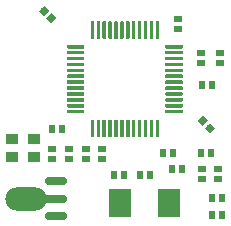
<source format=gbr>
G04 #@! TF.GenerationSoftware,KiCad,Pcbnew,5.1.4-e60b266~84~ubuntu18.04.1*
G04 #@! TF.CreationDate,2019-11-01T23:52:35+08:00*
G04 #@! TF.ProjectId,dap-stm32f103,6461702d-7374-46d3-9332-663130332e6b,rev?*
G04 #@! TF.SameCoordinates,Original*
G04 #@! TF.FileFunction,Paste,Top*
G04 #@! TF.FilePolarity,Positive*
%FSLAX46Y46*%
G04 Gerber Fmt 4.6, Leading zero omitted, Abs format (unit mm)*
G04 Created by KiCad (PCBNEW 5.1.4-e60b266~84~ubuntu18.04.1) date 2019-11-01 23:52:35*
%MOMM*%
%LPD*%
G04 APERTURE LIST*
%ADD10R,0.650000X0.600000*%
%ADD11R,0.600000X0.650000*%
%ADD12R,1.900000X2.400000*%
%ADD13O,1.900000X0.700000*%
%ADD14O,3.500000X2.000000*%
%ADD15O,2.100000X0.700000*%
%ADD16C,0.100000*%
%ADD17C,0.300000*%
%ADD18C,0.600000*%
%ADD19R,0.980000X0.930000*%
G04 APERTURE END LIST*
D10*
X122298000Y-87839000D03*
X122298000Y-88689000D03*
D11*
X133859000Y-92008000D03*
X133009000Y-92008000D03*
D12*
X125254000Y-92458000D03*
X129354000Y-92458000D03*
D13*
X119774000Y-90558000D03*
D14*
X117274000Y-92058000D03*
D15*
X119674000Y-92058000D03*
D13*
X119774000Y-93558000D03*
D16*
G36*
X122961351Y-85361861D02*
G01*
X122968632Y-85362941D01*
X122975771Y-85364729D01*
X122982701Y-85367209D01*
X122989355Y-85370356D01*
X122995668Y-85374140D01*
X123001579Y-85378524D01*
X123007033Y-85383467D01*
X123011976Y-85388921D01*
X123016360Y-85394832D01*
X123020144Y-85401145D01*
X123023291Y-85407799D01*
X123025771Y-85414729D01*
X123027559Y-85421868D01*
X123028639Y-85429149D01*
X123029000Y-85436500D01*
X123029000Y-86761500D01*
X123028639Y-86768851D01*
X123027559Y-86776132D01*
X123025771Y-86783271D01*
X123023291Y-86790201D01*
X123020144Y-86796855D01*
X123016360Y-86803168D01*
X123011976Y-86809079D01*
X123007033Y-86814533D01*
X123001579Y-86819476D01*
X122995668Y-86823860D01*
X122989355Y-86827644D01*
X122982701Y-86830791D01*
X122975771Y-86833271D01*
X122968632Y-86835059D01*
X122961351Y-86836139D01*
X122954000Y-86836500D01*
X122804000Y-86836500D01*
X122796649Y-86836139D01*
X122789368Y-86835059D01*
X122782229Y-86833271D01*
X122775299Y-86830791D01*
X122768645Y-86827644D01*
X122762332Y-86823860D01*
X122756421Y-86819476D01*
X122750967Y-86814533D01*
X122746024Y-86809079D01*
X122741640Y-86803168D01*
X122737856Y-86796855D01*
X122734709Y-86790201D01*
X122732229Y-86783271D01*
X122730441Y-86776132D01*
X122729361Y-86768851D01*
X122729000Y-86761500D01*
X122729000Y-85436500D01*
X122729361Y-85429149D01*
X122730441Y-85421868D01*
X122732229Y-85414729D01*
X122734709Y-85407799D01*
X122737856Y-85401145D01*
X122741640Y-85394832D01*
X122746024Y-85388921D01*
X122750967Y-85383467D01*
X122756421Y-85378524D01*
X122762332Y-85374140D01*
X122768645Y-85370356D01*
X122775299Y-85367209D01*
X122782229Y-85364729D01*
X122789368Y-85362941D01*
X122796649Y-85361861D01*
X122804000Y-85361500D01*
X122954000Y-85361500D01*
X122961351Y-85361861D01*
X122961351Y-85361861D01*
G37*
D17*
X122879000Y-86099000D03*
D16*
G36*
X123461351Y-85361861D02*
G01*
X123468632Y-85362941D01*
X123475771Y-85364729D01*
X123482701Y-85367209D01*
X123489355Y-85370356D01*
X123495668Y-85374140D01*
X123501579Y-85378524D01*
X123507033Y-85383467D01*
X123511976Y-85388921D01*
X123516360Y-85394832D01*
X123520144Y-85401145D01*
X123523291Y-85407799D01*
X123525771Y-85414729D01*
X123527559Y-85421868D01*
X123528639Y-85429149D01*
X123529000Y-85436500D01*
X123529000Y-86761500D01*
X123528639Y-86768851D01*
X123527559Y-86776132D01*
X123525771Y-86783271D01*
X123523291Y-86790201D01*
X123520144Y-86796855D01*
X123516360Y-86803168D01*
X123511976Y-86809079D01*
X123507033Y-86814533D01*
X123501579Y-86819476D01*
X123495668Y-86823860D01*
X123489355Y-86827644D01*
X123482701Y-86830791D01*
X123475771Y-86833271D01*
X123468632Y-86835059D01*
X123461351Y-86836139D01*
X123454000Y-86836500D01*
X123304000Y-86836500D01*
X123296649Y-86836139D01*
X123289368Y-86835059D01*
X123282229Y-86833271D01*
X123275299Y-86830791D01*
X123268645Y-86827644D01*
X123262332Y-86823860D01*
X123256421Y-86819476D01*
X123250967Y-86814533D01*
X123246024Y-86809079D01*
X123241640Y-86803168D01*
X123237856Y-86796855D01*
X123234709Y-86790201D01*
X123232229Y-86783271D01*
X123230441Y-86776132D01*
X123229361Y-86768851D01*
X123229000Y-86761500D01*
X123229000Y-85436500D01*
X123229361Y-85429149D01*
X123230441Y-85421868D01*
X123232229Y-85414729D01*
X123234709Y-85407799D01*
X123237856Y-85401145D01*
X123241640Y-85394832D01*
X123246024Y-85388921D01*
X123250967Y-85383467D01*
X123256421Y-85378524D01*
X123262332Y-85374140D01*
X123268645Y-85370356D01*
X123275299Y-85367209D01*
X123282229Y-85364729D01*
X123289368Y-85362941D01*
X123296649Y-85361861D01*
X123304000Y-85361500D01*
X123454000Y-85361500D01*
X123461351Y-85361861D01*
X123461351Y-85361861D01*
G37*
D17*
X123379000Y-86099000D03*
D16*
G36*
X123961351Y-85361861D02*
G01*
X123968632Y-85362941D01*
X123975771Y-85364729D01*
X123982701Y-85367209D01*
X123989355Y-85370356D01*
X123995668Y-85374140D01*
X124001579Y-85378524D01*
X124007033Y-85383467D01*
X124011976Y-85388921D01*
X124016360Y-85394832D01*
X124020144Y-85401145D01*
X124023291Y-85407799D01*
X124025771Y-85414729D01*
X124027559Y-85421868D01*
X124028639Y-85429149D01*
X124029000Y-85436500D01*
X124029000Y-86761500D01*
X124028639Y-86768851D01*
X124027559Y-86776132D01*
X124025771Y-86783271D01*
X124023291Y-86790201D01*
X124020144Y-86796855D01*
X124016360Y-86803168D01*
X124011976Y-86809079D01*
X124007033Y-86814533D01*
X124001579Y-86819476D01*
X123995668Y-86823860D01*
X123989355Y-86827644D01*
X123982701Y-86830791D01*
X123975771Y-86833271D01*
X123968632Y-86835059D01*
X123961351Y-86836139D01*
X123954000Y-86836500D01*
X123804000Y-86836500D01*
X123796649Y-86836139D01*
X123789368Y-86835059D01*
X123782229Y-86833271D01*
X123775299Y-86830791D01*
X123768645Y-86827644D01*
X123762332Y-86823860D01*
X123756421Y-86819476D01*
X123750967Y-86814533D01*
X123746024Y-86809079D01*
X123741640Y-86803168D01*
X123737856Y-86796855D01*
X123734709Y-86790201D01*
X123732229Y-86783271D01*
X123730441Y-86776132D01*
X123729361Y-86768851D01*
X123729000Y-86761500D01*
X123729000Y-85436500D01*
X123729361Y-85429149D01*
X123730441Y-85421868D01*
X123732229Y-85414729D01*
X123734709Y-85407799D01*
X123737856Y-85401145D01*
X123741640Y-85394832D01*
X123746024Y-85388921D01*
X123750967Y-85383467D01*
X123756421Y-85378524D01*
X123762332Y-85374140D01*
X123768645Y-85370356D01*
X123775299Y-85367209D01*
X123782229Y-85364729D01*
X123789368Y-85362941D01*
X123796649Y-85361861D01*
X123804000Y-85361500D01*
X123954000Y-85361500D01*
X123961351Y-85361861D01*
X123961351Y-85361861D01*
G37*
D17*
X123879000Y-86099000D03*
D16*
G36*
X124461351Y-85361861D02*
G01*
X124468632Y-85362941D01*
X124475771Y-85364729D01*
X124482701Y-85367209D01*
X124489355Y-85370356D01*
X124495668Y-85374140D01*
X124501579Y-85378524D01*
X124507033Y-85383467D01*
X124511976Y-85388921D01*
X124516360Y-85394832D01*
X124520144Y-85401145D01*
X124523291Y-85407799D01*
X124525771Y-85414729D01*
X124527559Y-85421868D01*
X124528639Y-85429149D01*
X124529000Y-85436500D01*
X124529000Y-86761500D01*
X124528639Y-86768851D01*
X124527559Y-86776132D01*
X124525771Y-86783271D01*
X124523291Y-86790201D01*
X124520144Y-86796855D01*
X124516360Y-86803168D01*
X124511976Y-86809079D01*
X124507033Y-86814533D01*
X124501579Y-86819476D01*
X124495668Y-86823860D01*
X124489355Y-86827644D01*
X124482701Y-86830791D01*
X124475771Y-86833271D01*
X124468632Y-86835059D01*
X124461351Y-86836139D01*
X124454000Y-86836500D01*
X124304000Y-86836500D01*
X124296649Y-86836139D01*
X124289368Y-86835059D01*
X124282229Y-86833271D01*
X124275299Y-86830791D01*
X124268645Y-86827644D01*
X124262332Y-86823860D01*
X124256421Y-86819476D01*
X124250967Y-86814533D01*
X124246024Y-86809079D01*
X124241640Y-86803168D01*
X124237856Y-86796855D01*
X124234709Y-86790201D01*
X124232229Y-86783271D01*
X124230441Y-86776132D01*
X124229361Y-86768851D01*
X124229000Y-86761500D01*
X124229000Y-85436500D01*
X124229361Y-85429149D01*
X124230441Y-85421868D01*
X124232229Y-85414729D01*
X124234709Y-85407799D01*
X124237856Y-85401145D01*
X124241640Y-85394832D01*
X124246024Y-85388921D01*
X124250967Y-85383467D01*
X124256421Y-85378524D01*
X124262332Y-85374140D01*
X124268645Y-85370356D01*
X124275299Y-85367209D01*
X124282229Y-85364729D01*
X124289368Y-85362941D01*
X124296649Y-85361861D01*
X124304000Y-85361500D01*
X124454000Y-85361500D01*
X124461351Y-85361861D01*
X124461351Y-85361861D01*
G37*
D17*
X124379000Y-86099000D03*
D16*
G36*
X124961351Y-85361861D02*
G01*
X124968632Y-85362941D01*
X124975771Y-85364729D01*
X124982701Y-85367209D01*
X124989355Y-85370356D01*
X124995668Y-85374140D01*
X125001579Y-85378524D01*
X125007033Y-85383467D01*
X125011976Y-85388921D01*
X125016360Y-85394832D01*
X125020144Y-85401145D01*
X125023291Y-85407799D01*
X125025771Y-85414729D01*
X125027559Y-85421868D01*
X125028639Y-85429149D01*
X125029000Y-85436500D01*
X125029000Y-86761500D01*
X125028639Y-86768851D01*
X125027559Y-86776132D01*
X125025771Y-86783271D01*
X125023291Y-86790201D01*
X125020144Y-86796855D01*
X125016360Y-86803168D01*
X125011976Y-86809079D01*
X125007033Y-86814533D01*
X125001579Y-86819476D01*
X124995668Y-86823860D01*
X124989355Y-86827644D01*
X124982701Y-86830791D01*
X124975771Y-86833271D01*
X124968632Y-86835059D01*
X124961351Y-86836139D01*
X124954000Y-86836500D01*
X124804000Y-86836500D01*
X124796649Y-86836139D01*
X124789368Y-86835059D01*
X124782229Y-86833271D01*
X124775299Y-86830791D01*
X124768645Y-86827644D01*
X124762332Y-86823860D01*
X124756421Y-86819476D01*
X124750967Y-86814533D01*
X124746024Y-86809079D01*
X124741640Y-86803168D01*
X124737856Y-86796855D01*
X124734709Y-86790201D01*
X124732229Y-86783271D01*
X124730441Y-86776132D01*
X124729361Y-86768851D01*
X124729000Y-86761500D01*
X124729000Y-85436500D01*
X124729361Y-85429149D01*
X124730441Y-85421868D01*
X124732229Y-85414729D01*
X124734709Y-85407799D01*
X124737856Y-85401145D01*
X124741640Y-85394832D01*
X124746024Y-85388921D01*
X124750967Y-85383467D01*
X124756421Y-85378524D01*
X124762332Y-85374140D01*
X124768645Y-85370356D01*
X124775299Y-85367209D01*
X124782229Y-85364729D01*
X124789368Y-85362941D01*
X124796649Y-85361861D01*
X124804000Y-85361500D01*
X124954000Y-85361500D01*
X124961351Y-85361861D01*
X124961351Y-85361861D01*
G37*
D17*
X124879000Y-86099000D03*
D16*
G36*
X125461351Y-85361861D02*
G01*
X125468632Y-85362941D01*
X125475771Y-85364729D01*
X125482701Y-85367209D01*
X125489355Y-85370356D01*
X125495668Y-85374140D01*
X125501579Y-85378524D01*
X125507033Y-85383467D01*
X125511976Y-85388921D01*
X125516360Y-85394832D01*
X125520144Y-85401145D01*
X125523291Y-85407799D01*
X125525771Y-85414729D01*
X125527559Y-85421868D01*
X125528639Y-85429149D01*
X125529000Y-85436500D01*
X125529000Y-86761500D01*
X125528639Y-86768851D01*
X125527559Y-86776132D01*
X125525771Y-86783271D01*
X125523291Y-86790201D01*
X125520144Y-86796855D01*
X125516360Y-86803168D01*
X125511976Y-86809079D01*
X125507033Y-86814533D01*
X125501579Y-86819476D01*
X125495668Y-86823860D01*
X125489355Y-86827644D01*
X125482701Y-86830791D01*
X125475771Y-86833271D01*
X125468632Y-86835059D01*
X125461351Y-86836139D01*
X125454000Y-86836500D01*
X125304000Y-86836500D01*
X125296649Y-86836139D01*
X125289368Y-86835059D01*
X125282229Y-86833271D01*
X125275299Y-86830791D01*
X125268645Y-86827644D01*
X125262332Y-86823860D01*
X125256421Y-86819476D01*
X125250967Y-86814533D01*
X125246024Y-86809079D01*
X125241640Y-86803168D01*
X125237856Y-86796855D01*
X125234709Y-86790201D01*
X125232229Y-86783271D01*
X125230441Y-86776132D01*
X125229361Y-86768851D01*
X125229000Y-86761500D01*
X125229000Y-85436500D01*
X125229361Y-85429149D01*
X125230441Y-85421868D01*
X125232229Y-85414729D01*
X125234709Y-85407799D01*
X125237856Y-85401145D01*
X125241640Y-85394832D01*
X125246024Y-85388921D01*
X125250967Y-85383467D01*
X125256421Y-85378524D01*
X125262332Y-85374140D01*
X125268645Y-85370356D01*
X125275299Y-85367209D01*
X125282229Y-85364729D01*
X125289368Y-85362941D01*
X125296649Y-85361861D01*
X125304000Y-85361500D01*
X125454000Y-85361500D01*
X125461351Y-85361861D01*
X125461351Y-85361861D01*
G37*
D17*
X125379000Y-86099000D03*
D16*
G36*
X125961351Y-85361861D02*
G01*
X125968632Y-85362941D01*
X125975771Y-85364729D01*
X125982701Y-85367209D01*
X125989355Y-85370356D01*
X125995668Y-85374140D01*
X126001579Y-85378524D01*
X126007033Y-85383467D01*
X126011976Y-85388921D01*
X126016360Y-85394832D01*
X126020144Y-85401145D01*
X126023291Y-85407799D01*
X126025771Y-85414729D01*
X126027559Y-85421868D01*
X126028639Y-85429149D01*
X126029000Y-85436500D01*
X126029000Y-86761500D01*
X126028639Y-86768851D01*
X126027559Y-86776132D01*
X126025771Y-86783271D01*
X126023291Y-86790201D01*
X126020144Y-86796855D01*
X126016360Y-86803168D01*
X126011976Y-86809079D01*
X126007033Y-86814533D01*
X126001579Y-86819476D01*
X125995668Y-86823860D01*
X125989355Y-86827644D01*
X125982701Y-86830791D01*
X125975771Y-86833271D01*
X125968632Y-86835059D01*
X125961351Y-86836139D01*
X125954000Y-86836500D01*
X125804000Y-86836500D01*
X125796649Y-86836139D01*
X125789368Y-86835059D01*
X125782229Y-86833271D01*
X125775299Y-86830791D01*
X125768645Y-86827644D01*
X125762332Y-86823860D01*
X125756421Y-86819476D01*
X125750967Y-86814533D01*
X125746024Y-86809079D01*
X125741640Y-86803168D01*
X125737856Y-86796855D01*
X125734709Y-86790201D01*
X125732229Y-86783271D01*
X125730441Y-86776132D01*
X125729361Y-86768851D01*
X125729000Y-86761500D01*
X125729000Y-85436500D01*
X125729361Y-85429149D01*
X125730441Y-85421868D01*
X125732229Y-85414729D01*
X125734709Y-85407799D01*
X125737856Y-85401145D01*
X125741640Y-85394832D01*
X125746024Y-85388921D01*
X125750967Y-85383467D01*
X125756421Y-85378524D01*
X125762332Y-85374140D01*
X125768645Y-85370356D01*
X125775299Y-85367209D01*
X125782229Y-85364729D01*
X125789368Y-85362941D01*
X125796649Y-85361861D01*
X125804000Y-85361500D01*
X125954000Y-85361500D01*
X125961351Y-85361861D01*
X125961351Y-85361861D01*
G37*
D17*
X125879000Y-86099000D03*
D16*
G36*
X126461351Y-85361861D02*
G01*
X126468632Y-85362941D01*
X126475771Y-85364729D01*
X126482701Y-85367209D01*
X126489355Y-85370356D01*
X126495668Y-85374140D01*
X126501579Y-85378524D01*
X126507033Y-85383467D01*
X126511976Y-85388921D01*
X126516360Y-85394832D01*
X126520144Y-85401145D01*
X126523291Y-85407799D01*
X126525771Y-85414729D01*
X126527559Y-85421868D01*
X126528639Y-85429149D01*
X126529000Y-85436500D01*
X126529000Y-86761500D01*
X126528639Y-86768851D01*
X126527559Y-86776132D01*
X126525771Y-86783271D01*
X126523291Y-86790201D01*
X126520144Y-86796855D01*
X126516360Y-86803168D01*
X126511976Y-86809079D01*
X126507033Y-86814533D01*
X126501579Y-86819476D01*
X126495668Y-86823860D01*
X126489355Y-86827644D01*
X126482701Y-86830791D01*
X126475771Y-86833271D01*
X126468632Y-86835059D01*
X126461351Y-86836139D01*
X126454000Y-86836500D01*
X126304000Y-86836500D01*
X126296649Y-86836139D01*
X126289368Y-86835059D01*
X126282229Y-86833271D01*
X126275299Y-86830791D01*
X126268645Y-86827644D01*
X126262332Y-86823860D01*
X126256421Y-86819476D01*
X126250967Y-86814533D01*
X126246024Y-86809079D01*
X126241640Y-86803168D01*
X126237856Y-86796855D01*
X126234709Y-86790201D01*
X126232229Y-86783271D01*
X126230441Y-86776132D01*
X126229361Y-86768851D01*
X126229000Y-86761500D01*
X126229000Y-85436500D01*
X126229361Y-85429149D01*
X126230441Y-85421868D01*
X126232229Y-85414729D01*
X126234709Y-85407799D01*
X126237856Y-85401145D01*
X126241640Y-85394832D01*
X126246024Y-85388921D01*
X126250967Y-85383467D01*
X126256421Y-85378524D01*
X126262332Y-85374140D01*
X126268645Y-85370356D01*
X126275299Y-85367209D01*
X126282229Y-85364729D01*
X126289368Y-85362941D01*
X126296649Y-85361861D01*
X126304000Y-85361500D01*
X126454000Y-85361500D01*
X126461351Y-85361861D01*
X126461351Y-85361861D01*
G37*
D17*
X126379000Y-86099000D03*
D16*
G36*
X126961351Y-85361861D02*
G01*
X126968632Y-85362941D01*
X126975771Y-85364729D01*
X126982701Y-85367209D01*
X126989355Y-85370356D01*
X126995668Y-85374140D01*
X127001579Y-85378524D01*
X127007033Y-85383467D01*
X127011976Y-85388921D01*
X127016360Y-85394832D01*
X127020144Y-85401145D01*
X127023291Y-85407799D01*
X127025771Y-85414729D01*
X127027559Y-85421868D01*
X127028639Y-85429149D01*
X127029000Y-85436500D01*
X127029000Y-86761500D01*
X127028639Y-86768851D01*
X127027559Y-86776132D01*
X127025771Y-86783271D01*
X127023291Y-86790201D01*
X127020144Y-86796855D01*
X127016360Y-86803168D01*
X127011976Y-86809079D01*
X127007033Y-86814533D01*
X127001579Y-86819476D01*
X126995668Y-86823860D01*
X126989355Y-86827644D01*
X126982701Y-86830791D01*
X126975771Y-86833271D01*
X126968632Y-86835059D01*
X126961351Y-86836139D01*
X126954000Y-86836500D01*
X126804000Y-86836500D01*
X126796649Y-86836139D01*
X126789368Y-86835059D01*
X126782229Y-86833271D01*
X126775299Y-86830791D01*
X126768645Y-86827644D01*
X126762332Y-86823860D01*
X126756421Y-86819476D01*
X126750967Y-86814533D01*
X126746024Y-86809079D01*
X126741640Y-86803168D01*
X126737856Y-86796855D01*
X126734709Y-86790201D01*
X126732229Y-86783271D01*
X126730441Y-86776132D01*
X126729361Y-86768851D01*
X126729000Y-86761500D01*
X126729000Y-85436500D01*
X126729361Y-85429149D01*
X126730441Y-85421868D01*
X126732229Y-85414729D01*
X126734709Y-85407799D01*
X126737856Y-85401145D01*
X126741640Y-85394832D01*
X126746024Y-85388921D01*
X126750967Y-85383467D01*
X126756421Y-85378524D01*
X126762332Y-85374140D01*
X126768645Y-85370356D01*
X126775299Y-85367209D01*
X126782229Y-85364729D01*
X126789368Y-85362941D01*
X126796649Y-85361861D01*
X126804000Y-85361500D01*
X126954000Y-85361500D01*
X126961351Y-85361861D01*
X126961351Y-85361861D01*
G37*
D17*
X126879000Y-86099000D03*
D16*
G36*
X127461351Y-85361861D02*
G01*
X127468632Y-85362941D01*
X127475771Y-85364729D01*
X127482701Y-85367209D01*
X127489355Y-85370356D01*
X127495668Y-85374140D01*
X127501579Y-85378524D01*
X127507033Y-85383467D01*
X127511976Y-85388921D01*
X127516360Y-85394832D01*
X127520144Y-85401145D01*
X127523291Y-85407799D01*
X127525771Y-85414729D01*
X127527559Y-85421868D01*
X127528639Y-85429149D01*
X127529000Y-85436500D01*
X127529000Y-86761500D01*
X127528639Y-86768851D01*
X127527559Y-86776132D01*
X127525771Y-86783271D01*
X127523291Y-86790201D01*
X127520144Y-86796855D01*
X127516360Y-86803168D01*
X127511976Y-86809079D01*
X127507033Y-86814533D01*
X127501579Y-86819476D01*
X127495668Y-86823860D01*
X127489355Y-86827644D01*
X127482701Y-86830791D01*
X127475771Y-86833271D01*
X127468632Y-86835059D01*
X127461351Y-86836139D01*
X127454000Y-86836500D01*
X127304000Y-86836500D01*
X127296649Y-86836139D01*
X127289368Y-86835059D01*
X127282229Y-86833271D01*
X127275299Y-86830791D01*
X127268645Y-86827644D01*
X127262332Y-86823860D01*
X127256421Y-86819476D01*
X127250967Y-86814533D01*
X127246024Y-86809079D01*
X127241640Y-86803168D01*
X127237856Y-86796855D01*
X127234709Y-86790201D01*
X127232229Y-86783271D01*
X127230441Y-86776132D01*
X127229361Y-86768851D01*
X127229000Y-86761500D01*
X127229000Y-85436500D01*
X127229361Y-85429149D01*
X127230441Y-85421868D01*
X127232229Y-85414729D01*
X127234709Y-85407799D01*
X127237856Y-85401145D01*
X127241640Y-85394832D01*
X127246024Y-85388921D01*
X127250967Y-85383467D01*
X127256421Y-85378524D01*
X127262332Y-85374140D01*
X127268645Y-85370356D01*
X127275299Y-85367209D01*
X127282229Y-85364729D01*
X127289368Y-85362941D01*
X127296649Y-85361861D01*
X127304000Y-85361500D01*
X127454000Y-85361500D01*
X127461351Y-85361861D01*
X127461351Y-85361861D01*
G37*
D17*
X127379000Y-86099000D03*
D16*
G36*
X127961351Y-85361861D02*
G01*
X127968632Y-85362941D01*
X127975771Y-85364729D01*
X127982701Y-85367209D01*
X127989355Y-85370356D01*
X127995668Y-85374140D01*
X128001579Y-85378524D01*
X128007033Y-85383467D01*
X128011976Y-85388921D01*
X128016360Y-85394832D01*
X128020144Y-85401145D01*
X128023291Y-85407799D01*
X128025771Y-85414729D01*
X128027559Y-85421868D01*
X128028639Y-85429149D01*
X128029000Y-85436500D01*
X128029000Y-86761500D01*
X128028639Y-86768851D01*
X128027559Y-86776132D01*
X128025771Y-86783271D01*
X128023291Y-86790201D01*
X128020144Y-86796855D01*
X128016360Y-86803168D01*
X128011976Y-86809079D01*
X128007033Y-86814533D01*
X128001579Y-86819476D01*
X127995668Y-86823860D01*
X127989355Y-86827644D01*
X127982701Y-86830791D01*
X127975771Y-86833271D01*
X127968632Y-86835059D01*
X127961351Y-86836139D01*
X127954000Y-86836500D01*
X127804000Y-86836500D01*
X127796649Y-86836139D01*
X127789368Y-86835059D01*
X127782229Y-86833271D01*
X127775299Y-86830791D01*
X127768645Y-86827644D01*
X127762332Y-86823860D01*
X127756421Y-86819476D01*
X127750967Y-86814533D01*
X127746024Y-86809079D01*
X127741640Y-86803168D01*
X127737856Y-86796855D01*
X127734709Y-86790201D01*
X127732229Y-86783271D01*
X127730441Y-86776132D01*
X127729361Y-86768851D01*
X127729000Y-86761500D01*
X127729000Y-85436500D01*
X127729361Y-85429149D01*
X127730441Y-85421868D01*
X127732229Y-85414729D01*
X127734709Y-85407799D01*
X127737856Y-85401145D01*
X127741640Y-85394832D01*
X127746024Y-85388921D01*
X127750967Y-85383467D01*
X127756421Y-85378524D01*
X127762332Y-85374140D01*
X127768645Y-85370356D01*
X127775299Y-85367209D01*
X127782229Y-85364729D01*
X127789368Y-85362941D01*
X127796649Y-85361861D01*
X127804000Y-85361500D01*
X127954000Y-85361500D01*
X127961351Y-85361861D01*
X127961351Y-85361861D01*
G37*
D17*
X127879000Y-86099000D03*
D16*
G36*
X128461351Y-85361861D02*
G01*
X128468632Y-85362941D01*
X128475771Y-85364729D01*
X128482701Y-85367209D01*
X128489355Y-85370356D01*
X128495668Y-85374140D01*
X128501579Y-85378524D01*
X128507033Y-85383467D01*
X128511976Y-85388921D01*
X128516360Y-85394832D01*
X128520144Y-85401145D01*
X128523291Y-85407799D01*
X128525771Y-85414729D01*
X128527559Y-85421868D01*
X128528639Y-85429149D01*
X128529000Y-85436500D01*
X128529000Y-86761500D01*
X128528639Y-86768851D01*
X128527559Y-86776132D01*
X128525771Y-86783271D01*
X128523291Y-86790201D01*
X128520144Y-86796855D01*
X128516360Y-86803168D01*
X128511976Y-86809079D01*
X128507033Y-86814533D01*
X128501579Y-86819476D01*
X128495668Y-86823860D01*
X128489355Y-86827644D01*
X128482701Y-86830791D01*
X128475771Y-86833271D01*
X128468632Y-86835059D01*
X128461351Y-86836139D01*
X128454000Y-86836500D01*
X128304000Y-86836500D01*
X128296649Y-86836139D01*
X128289368Y-86835059D01*
X128282229Y-86833271D01*
X128275299Y-86830791D01*
X128268645Y-86827644D01*
X128262332Y-86823860D01*
X128256421Y-86819476D01*
X128250967Y-86814533D01*
X128246024Y-86809079D01*
X128241640Y-86803168D01*
X128237856Y-86796855D01*
X128234709Y-86790201D01*
X128232229Y-86783271D01*
X128230441Y-86776132D01*
X128229361Y-86768851D01*
X128229000Y-86761500D01*
X128229000Y-85436500D01*
X128229361Y-85429149D01*
X128230441Y-85421868D01*
X128232229Y-85414729D01*
X128234709Y-85407799D01*
X128237856Y-85401145D01*
X128241640Y-85394832D01*
X128246024Y-85388921D01*
X128250967Y-85383467D01*
X128256421Y-85378524D01*
X128262332Y-85374140D01*
X128268645Y-85370356D01*
X128275299Y-85367209D01*
X128282229Y-85364729D01*
X128289368Y-85362941D01*
X128296649Y-85361861D01*
X128304000Y-85361500D01*
X128454000Y-85361500D01*
X128461351Y-85361861D01*
X128461351Y-85361861D01*
G37*
D17*
X128379000Y-86099000D03*
D16*
G36*
X130461351Y-84536861D02*
G01*
X130468632Y-84537941D01*
X130475771Y-84539729D01*
X130482701Y-84542209D01*
X130489355Y-84545356D01*
X130495668Y-84549140D01*
X130501579Y-84553524D01*
X130507033Y-84558467D01*
X130511976Y-84563921D01*
X130516360Y-84569832D01*
X130520144Y-84576145D01*
X130523291Y-84582799D01*
X130525771Y-84589729D01*
X130527559Y-84596868D01*
X130528639Y-84604149D01*
X130529000Y-84611500D01*
X130529000Y-84761500D01*
X130528639Y-84768851D01*
X130527559Y-84776132D01*
X130525771Y-84783271D01*
X130523291Y-84790201D01*
X130520144Y-84796855D01*
X130516360Y-84803168D01*
X130511976Y-84809079D01*
X130507033Y-84814533D01*
X130501579Y-84819476D01*
X130495668Y-84823860D01*
X130489355Y-84827644D01*
X130482701Y-84830791D01*
X130475771Y-84833271D01*
X130468632Y-84835059D01*
X130461351Y-84836139D01*
X130454000Y-84836500D01*
X129129000Y-84836500D01*
X129121649Y-84836139D01*
X129114368Y-84835059D01*
X129107229Y-84833271D01*
X129100299Y-84830791D01*
X129093645Y-84827644D01*
X129087332Y-84823860D01*
X129081421Y-84819476D01*
X129075967Y-84814533D01*
X129071024Y-84809079D01*
X129066640Y-84803168D01*
X129062856Y-84796855D01*
X129059709Y-84790201D01*
X129057229Y-84783271D01*
X129055441Y-84776132D01*
X129054361Y-84768851D01*
X129054000Y-84761500D01*
X129054000Y-84611500D01*
X129054361Y-84604149D01*
X129055441Y-84596868D01*
X129057229Y-84589729D01*
X129059709Y-84582799D01*
X129062856Y-84576145D01*
X129066640Y-84569832D01*
X129071024Y-84563921D01*
X129075967Y-84558467D01*
X129081421Y-84553524D01*
X129087332Y-84549140D01*
X129093645Y-84545356D01*
X129100299Y-84542209D01*
X129107229Y-84539729D01*
X129114368Y-84537941D01*
X129121649Y-84536861D01*
X129129000Y-84536500D01*
X130454000Y-84536500D01*
X130461351Y-84536861D01*
X130461351Y-84536861D01*
G37*
D17*
X129791500Y-84686500D03*
D16*
G36*
X130461351Y-84036861D02*
G01*
X130468632Y-84037941D01*
X130475771Y-84039729D01*
X130482701Y-84042209D01*
X130489355Y-84045356D01*
X130495668Y-84049140D01*
X130501579Y-84053524D01*
X130507033Y-84058467D01*
X130511976Y-84063921D01*
X130516360Y-84069832D01*
X130520144Y-84076145D01*
X130523291Y-84082799D01*
X130525771Y-84089729D01*
X130527559Y-84096868D01*
X130528639Y-84104149D01*
X130529000Y-84111500D01*
X130529000Y-84261500D01*
X130528639Y-84268851D01*
X130527559Y-84276132D01*
X130525771Y-84283271D01*
X130523291Y-84290201D01*
X130520144Y-84296855D01*
X130516360Y-84303168D01*
X130511976Y-84309079D01*
X130507033Y-84314533D01*
X130501579Y-84319476D01*
X130495668Y-84323860D01*
X130489355Y-84327644D01*
X130482701Y-84330791D01*
X130475771Y-84333271D01*
X130468632Y-84335059D01*
X130461351Y-84336139D01*
X130454000Y-84336500D01*
X129129000Y-84336500D01*
X129121649Y-84336139D01*
X129114368Y-84335059D01*
X129107229Y-84333271D01*
X129100299Y-84330791D01*
X129093645Y-84327644D01*
X129087332Y-84323860D01*
X129081421Y-84319476D01*
X129075967Y-84314533D01*
X129071024Y-84309079D01*
X129066640Y-84303168D01*
X129062856Y-84296855D01*
X129059709Y-84290201D01*
X129057229Y-84283271D01*
X129055441Y-84276132D01*
X129054361Y-84268851D01*
X129054000Y-84261500D01*
X129054000Y-84111500D01*
X129054361Y-84104149D01*
X129055441Y-84096868D01*
X129057229Y-84089729D01*
X129059709Y-84082799D01*
X129062856Y-84076145D01*
X129066640Y-84069832D01*
X129071024Y-84063921D01*
X129075967Y-84058467D01*
X129081421Y-84053524D01*
X129087332Y-84049140D01*
X129093645Y-84045356D01*
X129100299Y-84042209D01*
X129107229Y-84039729D01*
X129114368Y-84037941D01*
X129121649Y-84036861D01*
X129129000Y-84036500D01*
X130454000Y-84036500D01*
X130461351Y-84036861D01*
X130461351Y-84036861D01*
G37*
D17*
X129791500Y-84186500D03*
D16*
G36*
X130461351Y-83536861D02*
G01*
X130468632Y-83537941D01*
X130475771Y-83539729D01*
X130482701Y-83542209D01*
X130489355Y-83545356D01*
X130495668Y-83549140D01*
X130501579Y-83553524D01*
X130507033Y-83558467D01*
X130511976Y-83563921D01*
X130516360Y-83569832D01*
X130520144Y-83576145D01*
X130523291Y-83582799D01*
X130525771Y-83589729D01*
X130527559Y-83596868D01*
X130528639Y-83604149D01*
X130529000Y-83611500D01*
X130529000Y-83761500D01*
X130528639Y-83768851D01*
X130527559Y-83776132D01*
X130525771Y-83783271D01*
X130523291Y-83790201D01*
X130520144Y-83796855D01*
X130516360Y-83803168D01*
X130511976Y-83809079D01*
X130507033Y-83814533D01*
X130501579Y-83819476D01*
X130495668Y-83823860D01*
X130489355Y-83827644D01*
X130482701Y-83830791D01*
X130475771Y-83833271D01*
X130468632Y-83835059D01*
X130461351Y-83836139D01*
X130454000Y-83836500D01*
X129129000Y-83836500D01*
X129121649Y-83836139D01*
X129114368Y-83835059D01*
X129107229Y-83833271D01*
X129100299Y-83830791D01*
X129093645Y-83827644D01*
X129087332Y-83823860D01*
X129081421Y-83819476D01*
X129075967Y-83814533D01*
X129071024Y-83809079D01*
X129066640Y-83803168D01*
X129062856Y-83796855D01*
X129059709Y-83790201D01*
X129057229Y-83783271D01*
X129055441Y-83776132D01*
X129054361Y-83768851D01*
X129054000Y-83761500D01*
X129054000Y-83611500D01*
X129054361Y-83604149D01*
X129055441Y-83596868D01*
X129057229Y-83589729D01*
X129059709Y-83582799D01*
X129062856Y-83576145D01*
X129066640Y-83569832D01*
X129071024Y-83563921D01*
X129075967Y-83558467D01*
X129081421Y-83553524D01*
X129087332Y-83549140D01*
X129093645Y-83545356D01*
X129100299Y-83542209D01*
X129107229Y-83539729D01*
X129114368Y-83537941D01*
X129121649Y-83536861D01*
X129129000Y-83536500D01*
X130454000Y-83536500D01*
X130461351Y-83536861D01*
X130461351Y-83536861D01*
G37*
D17*
X129791500Y-83686500D03*
D16*
G36*
X130461351Y-83036861D02*
G01*
X130468632Y-83037941D01*
X130475771Y-83039729D01*
X130482701Y-83042209D01*
X130489355Y-83045356D01*
X130495668Y-83049140D01*
X130501579Y-83053524D01*
X130507033Y-83058467D01*
X130511976Y-83063921D01*
X130516360Y-83069832D01*
X130520144Y-83076145D01*
X130523291Y-83082799D01*
X130525771Y-83089729D01*
X130527559Y-83096868D01*
X130528639Y-83104149D01*
X130529000Y-83111500D01*
X130529000Y-83261500D01*
X130528639Y-83268851D01*
X130527559Y-83276132D01*
X130525771Y-83283271D01*
X130523291Y-83290201D01*
X130520144Y-83296855D01*
X130516360Y-83303168D01*
X130511976Y-83309079D01*
X130507033Y-83314533D01*
X130501579Y-83319476D01*
X130495668Y-83323860D01*
X130489355Y-83327644D01*
X130482701Y-83330791D01*
X130475771Y-83333271D01*
X130468632Y-83335059D01*
X130461351Y-83336139D01*
X130454000Y-83336500D01*
X129129000Y-83336500D01*
X129121649Y-83336139D01*
X129114368Y-83335059D01*
X129107229Y-83333271D01*
X129100299Y-83330791D01*
X129093645Y-83327644D01*
X129087332Y-83323860D01*
X129081421Y-83319476D01*
X129075967Y-83314533D01*
X129071024Y-83309079D01*
X129066640Y-83303168D01*
X129062856Y-83296855D01*
X129059709Y-83290201D01*
X129057229Y-83283271D01*
X129055441Y-83276132D01*
X129054361Y-83268851D01*
X129054000Y-83261500D01*
X129054000Y-83111500D01*
X129054361Y-83104149D01*
X129055441Y-83096868D01*
X129057229Y-83089729D01*
X129059709Y-83082799D01*
X129062856Y-83076145D01*
X129066640Y-83069832D01*
X129071024Y-83063921D01*
X129075967Y-83058467D01*
X129081421Y-83053524D01*
X129087332Y-83049140D01*
X129093645Y-83045356D01*
X129100299Y-83042209D01*
X129107229Y-83039729D01*
X129114368Y-83037941D01*
X129121649Y-83036861D01*
X129129000Y-83036500D01*
X130454000Y-83036500D01*
X130461351Y-83036861D01*
X130461351Y-83036861D01*
G37*
D17*
X129791500Y-83186500D03*
D16*
G36*
X130461351Y-82536861D02*
G01*
X130468632Y-82537941D01*
X130475771Y-82539729D01*
X130482701Y-82542209D01*
X130489355Y-82545356D01*
X130495668Y-82549140D01*
X130501579Y-82553524D01*
X130507033Y-82558467D01*
X130511976Y-82563921D01*
X130516360Y-82569832D01*
X130520144Y-82576145D01*
X130523291Y-82582799D01*
X130525771Y-82589729D01*
X130527559Y-82596868D01*
X130528639Y-82604149D01*
X130529000Y-82611500D01*
X130529000Y-82761500D01*
X130528639Y-82768851D01*
X130527559Y-82776132D01*
X130525771Y-82783271D01*
X130523291Y-82790201D01*
X130520144Y-82796855D01*
X130516360Y-82803168D01*
X130511976Y-82809079D01*
X130507033Y-82814533D01*
X130501579Y-82819476D01*
X130495668Y-82823860D01*
X130489355Y-82827644D01*
X130482701Y-82830791D01*
X130475771Y-82833271D01*
X130468632Y-82835059D01*
X130461351Y-82836139D01*
X130454000Y-82836500D01*
X129129000Y-82836500D01*
X129121649Y-82836139D01*
X129114368Y-82835059D01*
X129107229Y-82833271D01*
X129100299Y-82830791D01*
X129093645Y-82827644D01*
X129087332Y-82823860D01*
X129081421Y-82819476D01*
X129075967Y-82814533D01*
X129071024Y-82809079D01*
X129066640Y-82803168D01*
X129062856Y-82796855D01*
X129059709Y-82790201D01*
X129057229Y-82783271D01*
X129055441Y-82776132D01*
X129054361Y-82768851D01*
X129054000Y-82761500D01*
X129054000Y-82611500D01*
X129054361Y-82604149D01*
X129055441Y-82596868D01*
X129057229Y-82589729D01*
X129059709Y-82582799D01*
X129062856Y-82576145D01*
X129066640Y-82569832D01*
X129071024Y-82563921D01*
X129075967Y-82558467D01*
X129081421Y-82553524D01*
X129087332Y-82549140D01*
X129093645Y-82545356D01*
X129100299Y-82542209D01*
X129107229Y-82539729D01*
X129114368Y-82537941D01*
X129121649Y-82536861D01*
X129129000Y-82536500D01*
X130454000Y-82536500D01*
X130461351Y-82536861D01*
X130461351Y-82536861D01*
G37*
D17*
X129791500Y-82686500D03*
D16*
G36*
X130461351Y-82036861D02*
G01*
X130468632Y-82037941D01*
X130475771Y-82039729D01*
X130482701Y-82042209D01*
X130489355Y-82045356D01*
X130495668Y-82049140D01*
X130501579Y-82053524D01*
X130507033Y-82058467D01*
X130511976Y-82063921D01*
X130516360Y-82069832D01*
X130520144Y-82076145D01*
X130523291Y-82082799D01*
X130525771Y-82089729D01*
X130527559Y-82096868D01*
X130528639Y-82104149D01*
X130529000Y-82111500D01*
X130529000Y-82261500D01*
X130528639Y-82268851D01*
X130527559Y-82276132D01*
X130525771Y-82283271D01*
X130523291Y-82290201D01*
X130520144Y-82296855D01*
X130516360Y-82303168D01*
X130511976Y-82309079D01*
X130507033Y-82314533D01*
X130501579Y-82319476D01*
X130495668Y-82323860D01*
X130489355Y-82327644D01*
X130482701Y-82330791D01*
X130475771Y-82333271D01*
X130468632Y-82335059D01*
X130461351Y-82336139D01*
X130454000Y-82336500D01*
X129129000Y-82336500D01*
X129121649Y-82336139D01*
X129114368Y-82335059D01*
X129107229Y-82333271D01*
X129100299Y-82330791D01*
X129093645Y-82327644D01*
X129087332Y-82323860D01*
X129081421Y-82319476D01*
X129075967Y-82314533D01*
X129071024Y-82309079D01*
X129066640Y-82303168D01*
X129062856Y-82296855D01*
X129059709Y-82290201D01*
X129057229Y-82283271D01*
X129055441Y-82276132D01*
X129054361Y-82268851D01*
X129054000Y-82261500D01*
X129054000Y-82111500D01*
X129054361Y-82104149D01*
X129055441Y-82096868D01*
X129057229Y-82089729D01*
X129059709Y-82082799D01*
X129062856Y-82076145D01*
X129066640Y-82069832D01*
X129071024Y-82063921D01*
X129075967Y-82058467D01*
X129081421Y-82053524D01*
X129087332Y-82049140D01*
X129093645Y-82045356D01*
X129100299Y-82042209D01*
X129107229Y-82039729D01*
X129114368Y-82037941D01*
X129121649Y-82036861D01*
X129129000Y-82036500D01*
X130454000Y-82036500D01*
X130461351Y-82036861D01*
X130461351Y-82036861D01*
G37*
D17*
X129791500Y-82186500D03*
D16*
G36*
X130461351Y-81536861D02*
G01*
X130468632Y-81537941D01*
X130475771Y-81539729D01*
X130482701Y-81542209D01*
X130489355Y-81545356D01*
X130495668Y-81549140D01*
X130501579Y-81553524D01*
X130507033Y-81558467D01*
X130511976Y-81563921D01*
X130516360Y-81569832D01*
X130520144Y-81576145D01*
X130523291Y-81582799D01*
X130525771Y-81589729D01*
X130527559Y-81596868D01*
X130528639Y-81604149D01*
X130529000Y-81611500D01*
X130529000Y-81761500D01*
X130528639Y-81768851D01*
X130527559Y-81776132D01*
X130525771Y-81783271D01*
X130523291Y-81790201D01*
X130520144Y-81796855D01*
X130516360Y-81803168D01*
X130511976Y-81809079D01*
X130507033Y-81814533D01*
X130501579Y-81819476D01*
X130495668Y-81823860D01*
X130489355Y-81827644D01*
X130482701Y-81830791D01*
X130475771Y-81833271D01*
X130468632Y-81835059D01*
X130461351Y-81836139D01*
X130454000Y-81836500D01*
X129129000Y-81836500D01*
X129121649Y-81836139D01*
X129114368Y-81835059D01*
X129107229Y-81833271D01*
X129100299Y-81830791D01*
X129093645Y-81827644D01*
X129087332Y-81823860D01*
X129081421Y-81819476D01*
X129075967Y-81814533D01*
X129071024Y-81809079D01*
X129066640Y-81803168D01*
X129062856Y-81796855D01*
X129059709Y-81790201D01*
X129057229Y-81783271D01*
X129055441Y-81776132D01*
X129054361Y-81768851D01*
X129054000Y-81761500D01*
X129054000Y-81611500D01*
X129054361Y-81604149D01*
X129055441Y-81596868D01*
X129057229Y-81589729D01*
X129059709Y-81582799D01*
X129062856Y-81576145D01*
X129066640Y-81569832D01*
X129071024Y-81563921D01*
X129075967Y-81558467D01*
X129081421Y-81553524D01*
X129087332Y-81549140D01*
X129093645Y-81545356D01*
X129100299Y-81542209D01*
X129107229Y-81539729D01*
X129114368Y-81537941D01*
X129121649Y-81536861D01*
X129129000Y-81536500D01*
X130454000Y-81536500D01*
X130461351Y-81536861D01*
X130461351Y-81536861D01*
G37*
D17*
X129791500Y-81686500D03*
D16*
G36*
X130461351Y-81036861D02*
G01*
X130468632Y-81037941D01*
X130475771Y-81039729D01*
X130482701Y-81042209D01*
X130489355Y-81045356D01*
X130495668Y-81049140D01*
X130501579Y-81053524D01*
X130507033Y-81058467D01*
X130511976Y-81063921D01*
X130516360Y-81069832D01*
X130520144Y-81076145D01*
X130523291Y-81082799D01*
X130525771Y-81089729D01*
X130527559Y-81096868D01*
X130528639Y-81104149D01*
X130529000Y-81111500D01*
X130529000Y-81261500D01*
X130528639Y-81268851D01*
X130527559Y-81276132D01*
X130525771Y-81283271D01*
X130523291Y-81290201D01*
X130520144Y-81296855D01*
X130516360Y-81303168D01*
X130511976Y-81309079D01*
X130507033Y-81314533D01*
X130501579Y-81319476D01*
X130495668Y-81323860D01*
X130489355Y-81327644D01*
X130482701Y-81330791D01*
X130475771Y-81333271D01*
X130468632Y-81335059D01*
X130461351Y-81336139D01*
X130454000Y-81336500D01*
X129129000Y-81336500D01*
X129121649Y-81336139D01*
X129114368Y-81335059D01*
X129107229Y-81333271D01*
X129100299Y-81330791D01*
X129093645Y-81327644D01*
X129087332Y-81323860D01*
X129081421Y-81319476D01*
X129075967Y-81314533D01*
X129071024Y-81309079D01*
X129066640Y-81303168D01*
X129062856Y-81296855D01*
X129059709Y-81290201D01*
X129057229Y-81283271D01*
X129055441Y-81276132D01*
X129054361Y-81268851D01*
X129054000Y-81261500D01*
X129054000Y-81111500D01*
X129054361Y-81104149D01*
X129055441Y-81096868D01*
X129057229Y-81089729D01*
X129059709Y-81082799D01*
X129062856Y-81076145D01*
X129066640Y-81069832D01*
X129071024Y-81063921D01*
X129075967Y-81058467D01*
X129081421Y-81053524D01*
X129087332Y-81049140D01*
X129093645Y-81045356D01*
X129100299Y-81042209D01*
X129107229Y-81039729D01*
X129114368Y-81037941D01*
X129121649Y-81036861D01*
X129129000Y-81036500D01*
X130454000Y-81036500D01*
X130461351Y-81036861D01*
X130461351Y-81036861D01*
G37*
D17*
X129791500Y-81186500D03*
D16*
G36*
X130461351Y-80536861D02*
G01*
X130468632Y-80537941D01*
X130475771Y-80539729D01*
X130482701Y-80542209D01*
X130489355Y-80545356D01*
X130495668Y-80549140D01*
X130501579Y-80553524D01*
X130507033Y-80558467D01*
X130511976Y-80563921D01*
X130516360Y-80569832D01*
X130520144Y-80576145D01*
X130523291Y-80582799D01*
X130525771Y-80589729D01*
X130527559Y-80596868D01*
X130528639Y-80604149D01*
X130529000Y-80611500D01*
X130529000Y-80761500D01*
X130528639Y-80768851D01*
X130527559Y-80776132D01*
X130525771Y-80783271D01*
X130523291Y-80790201D01*
X130520144Y-80796855D01*
X130516360Y-80803168D01*
X130511976Y-80809079D01*
X130507033Y-80814533D01*
X130501579Y-80819476D01*
X130495668Y-80823860D01*
X130489355Y-80827644D01*
X130482701Y-80830791D01*
X130475771Y-80833271D01*
X130468632Y-80835059D01*
X130461351Y-80836139D01*
X130454000Y-80836500D01*
X129129000Y-80836500D01*
X129121649Y-80836139D01*
X129114368Y-80835059D01*
X129107229Y-80833271D01*
X129100299Y-80830791D01*
X129093645Y-80827644D01*
X129087332Y-80823860D01*
X129081421Y-80819476D01*
X129075967Y-80814533D01*
X129071024Y-80809079D01*
X129066640Y-80803168D01*
X129062856Y-80796855D01*
X129059709Y-80790201D01*
X129057229Y-80783271D01*
X129055441Y-80776132D01*
X129054361Y-80768851D01*
X129054000Y-80761500D01*
X129054000Y-80611500D01*
X129054361Y-80604149D01*
X129055441Y-80596868D01*
X129057229Y-80589729D01*
X129059709Y-80582799D01*
X129062856Y-80576145D01*
X129066640Y-80569832D01*
X129071024Y-80563921D01*
X129075967Y-80558467D01*
X129081421Y-80553524D01*
X129087332Y-80549140D01*
X129093645Y-80545356D01*
X129100299Y-80542209D01*
X129107229Y-80539729D01*
X129114368Y-80537941D01*
X129121649Y-80536861D01*
X129129000Y-80536500D01*
X130454000Y-80536500D01*
X130461351Y-80536861D01*
X130461351Y-80536861D01*
G37*
D17*
X129791500Y-80686500D03*
D16*
G36*
X130461351Y-80036861D02*
G01*
X130468632Y-80037941D01*
X130475771Y-80039729D01*
X130482701Y-80042209D01*
X130489355Y-80045356D01*
X130495668Y-80049140D01*
X130501579Y-80053524D01*
X130507033Y-80058467D01*
X130511976Y-80063921D01*
X130516360Y-80069832D01*
X130520144Y-80076145D01*
X130523291Y-80082799D01*
X130525771Y-80089729D01*
X130527559Y-80096868D01*
X130528639Y-80104149D01*
X130529000Y-80111500D01*
X130529000Y-80261500D01*
X130528639Y-80268851D01*
X130527559Y-80276132D01*
X130525771Y-80283271D01*
X130523291Y-80290201D01*
X130520144Y-80296855D01*
X130516360Y-80303168D01*
X130511976Y-80309079D01*
X130507033Y-80314533D01*
X130501579Y-80319476D01*
X130495668Y-80323860D01*
X130489355Y-80327644D01*
X130482701Y-80330791D01*
X130475771Y-80333271D01*
X130468632Y-80335059D01*
X130461351Y-80336139D01*
X130454000Y-80336500D01*
X129129000Y-80336500D01*
X129121649Y-80336139D01*
X129114368Y-80335059D01*
X129107229Y-80333271D01*
X129100299Y-80330791D01*
X129093645Y-80327644D01*
X129087332Y-80323860D01*
X129081421Y-80319476D01*
X129075967Y-80314533D01*
X129071024Y-80309079D01*
X129066640Y-80303168D01*
X129062856Y-80296855D01*
X129059709Y-80290201D01*
X129057229Y-80283271D01*
X129055441Y-80276132D01*
X129054361Y-80268851D01*
X129054000Y-80261500D01*
X129054000Y-80111500D01*
X129054361Y-80104149D01*
X129055441Y-80096868D01*
X129057229Y-80089729D01*
X129059709Y-80082799D01*
X129062856Y-80076145D01*
X129066640Y-80069832D01*
X129071024Y-80063921D01*
X129075967Y-80058467D01*
X129081421Y-80053524D01*
X129087332Y-80049140D01*
X129093645Y-80045356D01*
X129100299Y-80042209D01*
X129107229Y-80039729D01*
X129114368Y-80037941D01*
X129121649Y-80036861D01*
X129129000Y-80036500D01*
X130454000Y-80036500D01*
X130461351Y-80036861D01*
X130461351Y-80036861D01*
G37*
D17*
X129791500Y-80186500D03*
D16*
G36*
X130461351Y-79536861D02*
G01*
X130468632Y-79537941D01*
X130475771Y-79539729D01*
X130482701Y-79542209D01*
X130489355Y-79545356D01*
X130495668Y-79549140D01*
X130501579Y-79553524D01*
X130507033Y-79558467D01*
X130511976Y-79563921D01*
X130516360Y-79569832D01*
X130520144Y-79576145D01*
X130523291Y-79582799D01*
X130525771Y-79589729D01*
X130527559Y-79596868D01*
X130528639Y-79604149D01*
X130529000Y-79611500D01*
X130529000Y-79761500D01*
X130528639Y-79768851D01*
X130527559Y-79776132D01*
X130525771Y-79783271D01*
X130523291Y-79790201D01*
X130520144Y-79796855D01*
X130516360Y-79803168D01*
X130511976Y-79809079D01*
X130507033Y-79814533D01*
X130501579Y-79819476D01*
X130495668Y-79823860D01*
X130489355Y-79827644D01*
X130482701Y-79830791D01*
X130475771Y-79833271D01*
X130468632Y-79835059D01*
X130461351Y-79836139D01*
X130454000Y-79836500D01*
X129129000Y-79836500D01*
X129121649Y-79836139D01*
X129114368Y-79835059D01*
X129107229Y-79833271D01*
X129100299Y-79830791D01*
X129093645Y-79827644D01*
X129087332Y-79823860D01*
X129081421Y-79819476D01*
X129075967Y-79814533D01*
X129071024Y-79809079D01*
X129066640Y-79803168D01*
X129062856Y-79796855D01*
X129059709Y-79790201D01*
X129057229Y-79783271D01*
X129055441Y-79776132D01*
X129054361Y-79768851D01*
X129054000Y-79761500D01*
X129054000Y-79611500D01*
X129054361Y-79604149D01*
X129055441Y-79596868D01*
X129057229Y-79589729D01*
X129059709Y-79582799D01*
X129062856Y-79576145D01*
X129066640Y-79569832D01*
X129071024Y-79563921D01*
X129075967Y-79558467D01*
X129081421Y-79553524D01*
X129087332Y-79549140D01*
X129093645Y-79545356D01*
X129100299Y-79542209D01*
X129107229Y-79539729D01*
X129114368Y-79537941D01*
X129121649Y-79536861D01*
X129129000Y-79536500D01*
X130454000Y-79536500D01*
X130461351Y-79536861D01*
X130461351Y-79536861D01*
G37*
D17*
X129791500Y-79686500D03*
D16*
G36*
X130461351Y-79036861D02*
G01*
X130468632Y-79037941D01*
X130475771Y-79039729D01*
X130482701Y-79042209D01*
X130489355Y-79045356D01*
X130495668Y-79049140D01*
X130501579Y-79053524D01*
X130507033Y-79058467D01*
X130511976Y-79063921D01*
X130516360Y-79069832D01*
X130520144Y-79076145D01*
X130523291Y-79082799D01*
X130525771Y-79089729D01*
X130527559Y-79096868D01*
X130528639Y-79104149D01*
X130529000Y-79111500D01*
X130529000Y-79261500D01*
X130528639Y-79268851D01*
X130527559Y-79276132D01*
X130525771Y-79283271D01*
X130523291Y-79290201D01*
X130520144Y-79296855D01*
X130516360Y-79303168D01*
X130511976Y-79309079D01*
X130507033Y-79314533D01*
X130501579Y-79319476D01*
X130495668Y-79323860D01*
X130489355Y-79327644D01*
X130482701Y-79330791D01*
X130475771Y-79333271D01*
X130468632Y-79335059D01*
X130461351Y-79336139D01*
X130454000Y-79336500D01*
X129129000Y-79336500D01*
X129121649Y-79336139D01*
X129114368Y-79335059D01*
X129107229Y-79333271D01*
X129100299Y-79330791D01*
X129093645Y-79327644D01*
X129087332Y-79323860D01*
X129081421Y-79319476D01*
X129075967Y-79314533D01*
X129071024Y-79309079D01*
X129066640Y-79303168D01*
X129062856Y-79296855D01*
X129059709Y-79290201D01*
X129057229Y-79283271D01*
X129055441Y-79276132D01*
X129054361Y-79268851D01*
X129054000Y-79261500D01*
X129054000Y-79111500D01*
X129054361Y-79104149D01*
X129055441Y-79096868D01*
X129057229Y-79089729D01*
X129059709Y-79082799D01*
X129062856Y-79076145D01*
X129066640Y-79069832D01*
X129071024Y-79063921D01*
X129075967Y-79058467D01*
X129081421Y-79053524D01*
X129087332Y-79049140D01*
X129093645Y-79045356D01*
X129100299Y-79042209D01*
X129107229Y-79039729D01*
X129114368Y-79037941D01*
X129121649Y-79036861D01*
X129129000Y-79036500D01*
X130454000Y-79036500D01*
X130461351Y-79036861D01*
X130461351Y-79036861D01*
G37*
D17*
X129791500Y-79186500D03*
D16*
G36*
X128461351Y-77036861D02*
G01*
X128468632Y-77037941D01*
X128475771Y-77039729D01*
X128482701Y-77042209D01*
X128489355Y-77045356D01*
X128495668Y-77049140D01*
X128501579Y-77053524D01*
X128507033Y-77058467D01*
X128511976Y-77063921D01*
X128516360Y-77069832D01*
X128520144Y-77076145D01*
X128523291Y-77082799D01*
X128525771Y-77089729D01*
X128527559Y-77096868D01*
X128528639Y-77104149D01*
X128529000Y-77111500D01*
X128529000Y-78436500D01*
X128528639Y-78443851D01*
X128527559Y-78451132D01*
X128525771Y-78458271D01*
X128523291Y-78465201D01*
X128520144Y-78471855D01*
X128516360Y-78478168D01*
X128511976Y-78484079D01*
X128507033Y-78489533D01*
X128501579Y-78494476D01*
X128495668Y-78498860D01*
X128489355Y-78502644D01*
X128482701Y-78505791D01*
X128475771Y-78508271D01*
X128468632Y-78510059D01*
X128461351Y-78511139D01*
X128454000Y-78511500D01*
X128304000Y-78511500D01*
X128296649Y-78511139D01*
X128289368Y-78510059D01*
X128282229Y-78508271D01*
X128275299Y-78505791D01*
X128268645Y-78502644D01*
X128262332Y-78498860D01*
X128256421Y-78494476D01*
X128250967Y-78489533D01*
X128246024Y-78484079D01*
X128241640Y-78478168D01*
X128237856Y-78471855D01*
X128234709Y-78465201D01*
X128232229Y-78458271D01*
X128230441Y-78451132D01*
X128229361Y-78443851D01*
X128229000Y-78436500D01*
X128229000Y-77111500D01*
X128229361Y-77104149D01*
X128230441Y-77096868D01*
X128232229Y-77089729D01*
X128234709Y-77082799D01*
X128237856Y-77076145D01*
X128241640Y-77069832D01*
X128246024Y-77063921D01*
X128250967Y-77058467D01*
X128256421Y-77053524D01*
X128262332Y-77049140D01*
X128268645Y-77045356D01*
X128275299Y-77042209D01*
X128282229Y-77039729D01*
X128289368Y-77037941D01*
X128296649Y-77036861D01*
X128304000Y-77036500D01*
X128454000Y-77036500D01*
X128461351Y-77036861D01*
X128461351Y-77036861D01*
G37*
D17*
X128379000Y-77774000D03*
D16*
G36*
X127961351Y-77036861D02*
G01*
X127968632Y-77037941D01*
X127975771Y-77039729D01*
X127982701Y-77042209D01*
X127989355Y-77045356D01*
X127995668Y-77049140D01*
X128001579Y-77053524D01*
X128007033Y-77058467D01*
X128011976Y-77063921D01*
X128016360Y-77069832D01*
X128020144Y-77076145D01*
X128023291Y-77082799D01*
X128025771Y-77089729D01*
X128027559Y-77096868D01*
X128028639Y-77104149D01*
X128029000Y-77111500D01*
X128029000Y-78436500D01*
X128028639Y-78443851D01*
X128027559Y-78451132D01*
X128025771Y-78458271D01*
X128023291Y-78465201D01*
X128020144Y-78471855D01*
X128016360Y-78478168D01*
X128011976Y-78484079D01*
X128007033Y-78489533D01*
X128001579Y-78494476D01*
X127995668Y-78498860D01*
X127989355Y-78502644D01*
X127982701Y-78505791D01*
X127975771Y-78508271D01*
X127968632Y-78510059D01*
X127961351Y-78511139D01*
X127954000Y-78511500D01*
X127804000Y-78511500D01*
X127796649Y-78511139D01*
X127789368Y-78510059D01*
X127782229Y-78508271D01*
X127775299Y-78505791D01*
X127768645Y-78502644D01*
X127762332Y-78498860D01*
X127756421Y-78494476D01*
X127750967Y-78489533D01*
X127746024Y-78484079D01*
X127741640Y-78478168D01*
X127737856Y-78471855D01*
X127734709Y-78465201D01*
X127732229Y-78458271D01*
X127730441Y-78451132D01*
X127729361Y-78443851D01*
X127729000Y-78436500D01*
X127729000Y-77111500D01*
X127729361Y-77104149D01*
X127730441Y-77096868D01*
X127732229Y-77089729D01*
X127734709Y-77082799D01*
X127737856Y-77076145D01*
X127741640Y-77069832D01*
X127746024Y-77063921D01*
X127750967Y-77058467D01*
X127756421Y-77053524D01*
X127762332Y-77049140D01*
X127768645Y-77045356D01*
X127775299Y-77042209D01*
X127782229Y-77039729D01*
X127789368Y-77037941D01*
X127796649Y-77036861D01*
X127804000Y-77036500D01*
X127954000Y-77036500D01*
X127961351Y-77036861D01*
X127961351Y-77036861D01*
G37*
D17*
X127879000Y-77774000D03*
D16*
G36*
X127461351Y-77036861D02*
G01*
X127468632Y-77037941D01*
X127475771Y-77039729D01*
X127482701Y-77042209D01*
X127489355Y-77045356D01*
X127495668Y-77049140D01*
X127501579Y-77053524D01*
X127507033Y-77058467D01*
X127511976Y-77063921D01*
X127516360Y-77069832D01*
X127520144Y-77076145D01*
X127523291Y-77082799D01*
X127525771Y-77089729D01*
X127527559Y-77096868D01*
X127528639Y-77104149D01*
X127529000Y-77111500D01*
X127529000Y-78436500D01*
X127528639Y-78443851D01*
X127527559Y-78451132D01*
X127525771Y-78458271D01*
X127523291Y-78465201D01*
X127520144Y-78471855D01*
X127516360Y-78478168D01*
X127511976Y-78484079D01*
X127507033Y-78489533D01*
X127501579Y-78494476D01*
X127495668Y-78498860D01*
X127489355Y-78502644D01*
X127482701Y-78505791D01*
X127475771Y-78508271D01*
X127468632Y-78510059D01*
X127461351Y-78511139D01*
X127454000Y-78511500D01*
X127304000Y-78511500D01*
X127296649Y-78511139D01*
X127289368Y-78510059D01*
X127282229Y-78508271D01*
X127275299Y-78505791D01*
X127268645Y-78502644D01*
X127262332Y-78498860D01*
X127256421Y-78494476D01*
X127250967Y-78489533D01*
X127246024Y-78484079D01*
X127241640Y-78478168D01*
X127237856Y-78471855D01*
X127234709Y-78465201D01*
X127232229Y-78458271D01*
X127230441Y-78451132D01*
X127229361Y-78443851D01*
X127229000Y-78436500D01*
X127229000Y-77111500D01*
X127229361Y-77104149D01*
X127230441Y-77096868D01*
X127232229Y-77089729D01*
X127234709Y-77082799D01*
X127237856Y-77076145D01*
X127241640Y-77069832D01*
X127246024Y-77063921D01*
X127250967Y-77058467D01*
X127256421Y-77053524D01*
X127262332Y-77049140D01*
X127268645Y-77045356D01*
X127275299Y-77042209D01*
X127282229Y-77039729D01*
X127289368Y-77037941D01*
X127296649Y-77036861D01*
X127304000Y-77036500D01*
X127454000Y-77036500D01*
X127461351Y-77036861D01*
X127461351Y-77036861D01*
G37*
D17*
X127379000Y-77774000D03*
D16*
G36*
X126961351Y-77036861D02*
G01*
X126968632Y-77037941D01*
X126975771Y-77039729D01*
X126982701Y-77042209D01*
X126989355Y-77045356D01*
X126995668Y-77049140D01*
X127001579Y-77053524D01*
X127007033Y-77058467D01*
X127011976Y-77063921D01*
X127016360Y-77069832D01*
X127020144Y-77076145D01*
X127023291Y-77082799D01*
X127025771Y-77089729D01*
X127027559Y-77096868D01*
X127028639Y-77104149D01*
X127029000Y-77111500D01*
X127029000Y-78436500D01*
X127028639Y-78443851D01*
X127027559Y-78451132D01*
X127025771Y-78458271D01*
X127023291Y-78465201D01*
X127020144Y-78471855D01*
X127016360Y-78478168D01*
X127011976Y-78484079D01*
X127007033Y-78489533D01*
X127001579Y-78494476D01*
X126995668Y-78498860D01*
X126989355Y-78502644D01*
X126982701Y-78505791D01*
X126975771Y-78508271D01*
X126968632Y-78510059D01*
X126961351Y-78511139D01*
X126954000Y-78511500D01*
X126804000Y-78511500D01*
X126796649Y-78511139D01*
X126789368Y-78510059D01*
X126782229Y-78508271D01*
X126775299Y-78505791D01*
X126768645Y-78502644D01*
X126762332Y-78498860D01*
X126756421Y-78494476D01*
X126750967Y-78489533D01*
X126746024Y-78484079D01*
X126741640Y-78478168D01*
X126737856Y-78471855D01*
X126734709Y-78465201D01*
X126732229Y-78458271D01*
X126730441Y-78451132D01*
X126729361Y-78443851D01*
X126729000Y-78436500D01*
X126729000Y-77111500D01*
X126729361Y-77104149D01*
X126730441Y-77096868D01*
X126732229Y-77089729D01*
X126734709Y-77082799D01*
X126737856Y-77076145D01*
X126741640Y-77069832D01*
X126746024Y-77063921D01*
X126750967Y-77058467D01*
X126756421Y-77053524D01*
X126762332Y-77049140D01*
X126768645Y-77045356D01*
X126775299Y-77042209D01*
X126782229Y-77039729D01*
X126789368Y-77037941D01*
X126796649Y-77036861D01*
X126804000Y-77036500D01*
X126954000Y-77036500D01*
X126961351Y-77036861D01*
X126961351Y-77036861D01*
G37*
D17*
X126879000Y-77774000D03*
D16*
G36*
X126461351Y-77036861D02*
G01*
X126468632Y-77037941D01*
X126475771Y-77039729D01*
X126482701Y-77042209D01*
X126489355Y-77045356D01*
X126495668Y-77049140D01*
X126501579Y-77053524D01*
X126507033Y-77058467D01*
X126511976Y-77063921D01*
X126516360Y-77069832D01*
X126520144Y-77076145D01*
X126523291Y-77082799D01*
X126525771Y-77089729D01*
X126527559Y-77096868D01*
X126528639Y-77104149D01*
X126529000Y-77111500D01*
X126529000Y-78436500D01*
X126528639Y-78443851D01*
X126527559Y-78451132D01*
X126525771Y-78458271D01*
X126523291Y-78465201D01*
X126520144Y-78471855D01*
X126516360Y-78478168D01*
X126511976Y-78484079D01*
X126507033Y-78489533D01*
X126501579Y-78494476D01*
X126495668Y-78498860D01*
X126489355Y-78502644D01*
X126482701Y-78505791D01*
X126475771Y-78508271D01*
X126468632Y-78510059D01*
X126461351Y-78511139D01*
X126454000Y-78511500D01*
X126304000Y-78511500D01*
X126296649Y-78511139D01*
X126289368Y-78510059D01*
X126282229Y-78508271D01*
X126275299Y-78505791D01*
X126268645Y-78502644D01*
X126262332Y-78498860D01*
X126256421Y-78494476D01*
X126250967Y-78489533D01*
X126246024Y-78484079D01*
X126241640Y-78478168D01*
X126237856Y-78471855D01*
X126234709Y-78465201D01*
X126232229Y-78458271D01*
X126230441Y-78451132D01*
X126229361Y-78443851D01*
X126229000Y-78436500D01*
X126229000Y-77111500D01*
X126229361Y-77104149D01*
X126230441Y-77096868D01*
X126232229Y-77089729D01*
X126234709Y-77082799D01*
X126237856Y-77076145D01*
X126241640Y-77069832D01*
X126246024Y-77063921D01*
X126250967Y-77058467D01*
X126256421Y-77053524D01*
X126262332Y-77049140D01*
X126268645Y-77045356D01*
X126275299Y-77042209D01*
X126282229Y-77039729D01*
X126289368Y-77037941D01*
X126296649Y-77036861D01*
X126304000Y-77036500D01*
X126454000Y-77036500D01*
X126461351Y-77036861D01*
X126461351Y-77036861D01*
G37*
D17*
X126379000Y-77774000D03*
D16*
G36*
X125961351Y-77036861D02*
G01*
X125968632Y-77037941D01*
X125975771Y-77039729D01*
X125982701Y-77042209D01*
X125989355Y-77045356D01*
X125995668Y-77049140D01*
X126001579Y-77053524D01*
X126007033Y-77058467D01*
X126011976Y-77063921D01*
X126016360Y-77069832D01*
X126020144Y-77076145D01*
X126023291Y-77082799D01*
X126025771Y-77089729D01*
X126027559Y-77096868D01*
X126028639Y-77104149D01*
X126029000Y-77111500D01*
X126029000Y-78436500D01*
X126028639Y-78443851D01*
X126027559Y-78451132D01*
X126025771Y-78458271D01*
X126023291Y-78465201D01*
X126020144Y-78471855D01*
X126016360Y-78478168D01*
X126011976Y-78484079D01*
X126007033Y-78489533D01*
X126001579Y-78494476D01*
X125995668Y-78498860D01*
X125989355Y-78502644D01*
X125982701Y-78505791D01*
X125975771Y-78508271D01*
X125968632Y-78510059D01*
X125961351Y-78511139D01*
X125954000Y-78511500D01*
X125804000Y-78511500D01*
X125796649Y-78511139D01*
X125789368Y-78510059D01*
X125782229Y-78508271D01*
X125775299Y-78505791D01*
X125768645Y-78502644D01*
X125762332Y-78498860D01*
X125756421Y-78494476D01*
X125750967Y-78489533D01*
X125746024Y-78484079D01*
X125741640Y-78478168D01*
X125737856Y-78471855D01*
X125734709Y-78465201D01*
X125732229Y-78458271D01*
X125730441Y-78451132D01*
X125729361Y-78443851D01*
X125729000Y-78436500D01*
X125729000Y-77111500D01*
X125729361Y-77104149D01*
X125730441Y-77096868D01*
X125732229Y-77089729D01*
X125734709Y-77082799D01*
X125737856Y-77076145D01*
X125741640Y-77069832D01*
X125746024Y-77063921D01*
X125750967Y-77058467D01*
X125756421Y-77053524D01*
X125762332Y-77049140D01*
X125768645Y-77045356D01*
X125775299Y-77042209D01*
X125782229Y-77039729D01*
X125789368Y-77037941D01*
X125796649Y-77036861D01*
X125804000Y-77036500D01*
X125954000Y-77036500D01*
X125961351Y-77036861D01*
X125961351Y-77036861D01*
G37*
D17*
X125879000Y-77774000D03*
D16*
G36*
X125461351Y-77036861D02*
G01*
X125468632Y-77037941D01*
X125475771Y-77039729D01*
X125482701Y-77042209D01*
X125489355Y-77045356D01*
X125495668Y-77049140D01*
X125501579Y-77053524D01*
X125507033Y-77058467D01*
X125511976Y-77063921D01*
X125516360Y-77069832D01*
X125520144Y-77076145D01*
X125523291Y-77082799D01*
X125525771Y-77089729D01*
X125527559Y-77096868D01*
X125528639Y-77104149D01*
X125529000Y-77111500D01*
X125529000Y-78436500D01*
X125528639Y-78443851D01*
X125527559Y-78451132D01*
X125525771Y-78458271D01*
X125523291Y-78465201D01*
X125520144Y-78471855D01*
X125516360Y-78478168D01*
X125511976Y-78484079D01*
X125507033Y-78489533D01*
X125501579Y-78494476D01*
X125495668Y-78498860D01*
X125489355Y-78502644D01*
X125482701Y-78505791D01*
X125475771Y-78508271D01*
X125468632Y-78510059D01*
X125461351Y-78511139D01*
X125454000Y-78511500D01*
X125304000Y-78511500D01*
X125296649Y-78511139D01*
X125289368Y-78510059D01*
X125282229Y-78508271D01*
X125275299Y-78505791D01*
X125268645Y-78502644D01*
X125262332Y-78498860D01*
X125256421Y-78494476D01*
X125250967Y-78489533D01*
X125246024Y-78484079D01*
X125241640Y-78478168D01*
X125237856Y-78471855D01*
X125234709Y-78465201D01*
X125232229Y-78458271D01*
X125230441Y-78451132D01*
X125229361Y-78443851D01*
X125229000Y-78436500D01*
X125229000Y-77111500D01*
X125229361Y-77104149D01*
X125230441Y-77096868D01*
X125232229Y-77089729D01*
X125234709Y-77082799D01*
X125237856Y-77076145D01*
X125241640Y-77069832D01*
X125246024Y-77063921D01*
X125250967Y-77058467D01*
X125256421Y-77053524D01*
X125262332Y-77049140D01*
X125268645Y-77045356D01*
X125275299Y-77042209D01*
X125282229Y-77039729D01*
X125289368Y-77037941D01*
X125296649Y-77036861D01*
X125304000Y-77036500D01*
X125454000Y-77036500D01*
X125461351Y-77036861D01*
X125461351Y-77036861D01*
G37*
D17*
X125379000Y-77774000D03*
D16*
G36*
X124961351Y-77036861D02*
G01*
X124968632Y-77037941D01*
X124975771Y-77039729D01*
X124982701Y-77042209D01*
X124989355Y-77045356D01*
X124995668Y-77049140D01*
X125001579Y-77053524D01*
X125007033Y-77058467D01*
X125011976Y-77063921D01*
X125016360Y-77069832D01*
X125020144Y-77076145D01*
X125023291Y-77082799D01*
X125025771Y-77089729D01*
X125027559Y-77096868D01*
X125028639Y-77104149D01*
X125029000Y-77111500D01*
X125029000Y-78436500D01*
X125028639Y-78443851D01*
X125027559Y-78451132D01*
X125025771Y-78458271D01*
X125023291Y-78465201D01*
X125020144Y-78471855D01*
X125016360Y-78478168D01*
X125011976Y-78484079D01*
X125007033Y-78489533D01*
X125001579Y-78494476D01*
X124995668Y-78498860D01*
X124989355Y-78502644D01*
X124982701Y-78505791D01*
X124975771Y-78508271D01*
X124968632Y-78510059D01*
X124961351Y-78511139D01*
X124954000Y-78511500D01*
X124804000Y-78511500D01*
X124796649Y-78511139D01*
X124789368Y-78510059D01*
X124782229Y-78508271D01*
X124775299Y-78505791D01*
X124768645Y-78502644D01*
X124762332Y-78498860D01*
X124756421Y-78494476D01*
X124750967Y-78489533D01*
X124746024Y-78484079D01*
X124741640Y-78478168D01*
X124737856Y-78471855D01*
X124734709Y-78465201D01*
X124732229Y-78458271D01*
X124730441Y-78451132D01*
X124729361Y-78443851D01*
X124729000Y-78436500D01*
X124729000Y-77111500D01*
X124729361Y-77104149D01*
X124730441Y-77096868D01*
X124732229Y-77089729D01*
X124734709Y-77082799D01*
X124737856Y-77076145D01*
X124741640Y-77069832D01*
X124746024Y-77063921D01*
X124750967Y-77058467D01*
X124756421Y-77053524D01*
X124762332Y-77049140D01*
X124768645Y-77045356D01*
X124775299Y-77042209D01*
X124782229Y-77039729D01*
X124789368Y-77037941D01*
X124796649Y-77036861D01*
X124804000Y-77036500D01*
X124954000Y-77036500D01*
X124961351Y-77036861D01*
X124961351Y-77036861D01*
G37*
D17*
X124879000Y-77774000D03*
D16*
G36*
X124461351Y-77036861D02*
G01*
X124468632Y-77037941D01*
X124475771Y-77039729D01*
X124482701Y-77042209D01*
X124489355Y-77045356D01*
X124495668Y-77049140D01*
X124501579Y-77053524D01*
X124507033Y-77058467D01*
X124511976Y-77063921D01*
X124516360Y-77069832D01*
X124520144Y-77076145D01*
X124523291Y-77082799D01*
X124525771Y-77089729D01*
X124527559Y-77096868D01*
X124528639Y-77104149D01*
X124529000Y-77111500D01*
X124529000Y-78436500D01*
X124528639Y-78443851D01*
X124527559Y-78451132D01*
X124525771Y-78458271D01*
X124523291Y-78465201D01*
X124520144Y-78471855D01*
X124516360Y-78478168D01*
X124511976Y-78484079D01*
X124507033Y-78489533D01*
X124501579Y-78494476D01*
X124495668Y-78498860D01*
X124489355Y-78502644D01*
X124482701Y-78505791D01*
X124475771Y-78508271D01*
X124468632Y-78510059D01*
X124461351Y-78511139D01*
X124454000Y-78511500D01*
X124304000Y-78511500D01*
X124296649Y-78511139D01*
X124289368Y-78510059D01*
X124282229Y-78508271D01*
X124275299Y-78505791D01*
X124268645Y-78502644D01*
X124262332Y-78498860D01*
X124256421Y-78494476D01*
X124250967Y-78489533D01*
X124246024Y-78484079D01*
X124241640Y-78478168D01*
X124237856Y-78471855D01*
X124234709Y-78465201D01*
X124232229Y-78458271D01*
X124230441Y-78451132D01*
X124229361Y-78443851D01*
X124229000Y-78436500D01*
X124229000Y-77111500D01*
X124229361Y-77104149D01*
X124230441Y-77096868D01*
X124232229Y-77089729D01*
X124234709Y-77082799D01*
X124237856Y-77076145D01*
X124241640Y-77069832D01*
X124246024Y-77063921D01*
X124250967Y-77058467D01*
X124256421Y-77053524D01*
X124262332Y-77049140D01*
X124268645Y-77045356D01*
X124275299Y-77042209D01*
X124282229Y-77039729D01*
X124289368Y-77037941D01*
X124296649Y-77036861D01*
X124304000Y-77036500D01*
X124454000Y-77036500D01*
X124461351Y-77036861D01*
X124461351Y-77036861D01*
G37*
D17*
X124379000Y-77774000D03*
D16*
G36*
X123961351Y-77036861D02*
G01*
X123968632Y-77037941D01*
X123975771Y-77039729D01*
X123982701Y-77042209D01*
X123989355Y-77045356D01*
X123995668Y-77049140D01*
X124001579Y-77053524D01*
X124007033Y-77058467D01*
X124011976Y-77063921D01*
X124016360Y-77069832D01*
X124020144Y-77076145D01*
X124023291Y-77082799D01*
X124025771Y-77089729D01*
X124027559Y-77096868D01*
X124028639Y-77104149D01*
X124029000Y-77111500D01*
X124029000Y-78436500D01*
X124028639Y-78443851D01*
X124027559Y-78451132D01*
X124025771Y-78458271D01*
X124023291Y-78465201D01*
X124020144Y-78471855D01*
X124016360Y-78478168D01*
X124011976Y-78484079D01*
X124007033Y-78489533D01*
X124001579Y-78494476D01*
X123995668Y-78498860D01*
X123989355Y-78502644D01*
X123982701Y-78505791D01*
X123975771Y-78508271D01*
X123968632Y-78510059D01*
X123961351Y-78511139D01*
X123954000Y-78511500D01*
X123804000Y-78511500D01*
X123796649Y-78511139D01*
X123789368Y-78510059D01*
X123782229Y-78508271D01*
X123775299Y-78505791D01*
X123768645Y-78502644D01*
X123762332Y-78498860D01*
X123756421Y-78494476D01*
X123750967Y-78489533D01*
X123746024Y-78484079D01*
X123741640Y-78478168D01*
X123737856Y-78471855D01*
X123734709Y-78465201D01*
X123732229Y-78458271D01*
X123730441Y-78451132D01*
X123729361Y-78443851D01*
X123729000Y-78436500D01*
X123729000Y-77111500D01*
X123729361Y-77104149D01*
X123730441Y-77096868D01*
X123732229Y-77089729D01*
X123734709Y-77082799D01*
X123737856Y-77076145D01*
X123741640Y-77069832D01*
X123746024Y-77063921D01*
X123750967Y-77058467D01*
X123756421Y-77053524D01*
X123762332Y-77049140D01*
X123768645Y-77045356D01*
X123775299Y-77042209D01*
X123782229Y-77039729D01*
X123789368Y-77037941D01*
X123796649Y-77036861D01*
X123804000Y-77036500D01*
X123954000Y-77036500D01*
X123961351Y-77036861D01*
X123961351Y-77036861D01*
G37*
D17*
X123879000Y-77774000D03*
D16*
G36*
X123461351Y-77036861D02*
G01*
X123468632Y-77037941D01*
X123475771Y-77039729D01*
X123482701Y-77042209D01*
X123489355Y-77045356D01*
X123495668Y-77049140D01*
X123501579Y-77053524D01*
X123507033Y-77058467D01*
X123511976Y-77063921D01*
X123516360Y-77069832D01*
X123520144Y-77076145D01*
X123523291Y-77082799D01*
X123525771Y-77089729D01*
X123527559Y-77096868D01*
X123528639Y-77104149D01*
X123529000Y-77111500D01*
X123529000Y-78436500D01*
X123528639Y-78443851D01*
X123527559Y-78451132D01*
X123525771Y-78458271D01*
X123523291Y-78465201D01*
X123520144Y-78471855D01*
X123516360Y-78478168D01*
X123511976Y-78484079D01*
X123507033Y-78489533D01*
X123501579Y-78494476D01*
X123495668Y-78498860D01*
X123489355Y-78502644D01*
X123482701Y-78505791D01*
X123475771Y-78508271D01*
X123468632Y-78510059D01*
X123461351Y-78511139D01*
X123454000Y-78511500D01*
X123304000Y-78511500D01*
X123296649Y-78511139D01*
X123289368Y-78510059D01*
X123282229Y-78508271D01*
X123275299Y-78505791D01*
X123268645Y-78502644D01*
X123262332Y-78498860D01*
X123256421Y-78494476D01*
X123250967Y-78489533D01*
X123246024Y-78484079D01*
X123241640Y-78478168D01*
X123237856Y-78471855D01*
X123234709Y-78465201D01*
X123232229Y-78458271D01*
X123230441Y-78451132D01*
X123229361Y-78443851D01*
X123229000Y-78436500D01*
X123229000Y-77111500D01*
X123229361Y-77104149D01*
X123230441Y-77096868D01*
X123232229Y-77089729D01*
X123234709Y-77082799D01*
X123237856Y-77076145D01*
X123241640Y-77069832D01*
X123246024Y-77063921D01*
X123250967Y-77058467D01*
X123256421Y-77053524D01*
X123262332Y-77049140D01*
X123268645Y-77045356D01*
X123275299Y-77042209D01*
X123282229Y-77039729D01*
X123289368Y-77037941D01*
X123296649Y-77036861D01*
X123304000Y-77036500D01*
X123454000Y-77036500D01*
X123461351Y-77036861D01*
X123461351Y-77036861D01*
G37*
D17*
X123379000Y-77774000D03*
D16*
G36*
X122961351Y-77036861D02*
G01*
X122968632Y-77037941D01*
X122975771Y-77039729D01*
X122982701Y-77042209D01*
X122989355Y-77045356D01*
X122995668Y-77049140D01*
X123001579Y-77053524D01*
X123007033Y-77058467D01*
X123011976Y-77063921D01*
X123016360Y-77069832D01*
X123020144Y-77076145D01*
X123023291Y-77082799D01*
X123025771Y-77089729D01*
X123027559Y-77096868D01*
X123028639Y-77104149D01*
X123029000Y-77111500D01*
X123029000Y-78436500D01*
X123028639Y-78443851D01*
X123027559Y-78451132D01*
X123025771Y-78458271D01*
X123023291Y-78465201D01*
X123020144Y-78471855D01*
X123016360Y-78478168D01*
X123011976Y-78484079D01*
X123007033Y-78489533D01*
X123001579Y-78494476D01*
X122995668Y-78498860D01*
X122989355Y-78502644D01*
X122982701Y-78505791D01*
X122975771Y-78508271D01*
X122968632Y-78510059D01*
X122961351Y-78511139D01*
X122954000Y-78511500D01*
X122804000Y-78511500D01*
X122796649Y-78511139D01*
X122789368Y-78510059D01*
X122782229Y-78508271D01*
X122775299Y-78505791D01*
X122768645Y-78502644D01*
X122762332Y-78498860D01*
X122756421Y-78494476D01*
X122750967Y-78489533D01*
X122746024Y-78484079D01*
X122741640Y-78478168D01*
X122737856Y-78471855D01*
X122734709Y-78465201D01*
X122732229Y-78458271D01*
X122730441Y-78451132D01*
X122729361Y-78443851D01*
X122729000Y-78436500D01*
X122729000Y-77111500D01*
X122729361Y-77104149D01*
X122730441Y-77096868D01*
X122732229Y-77089729D01*
X122734709Y-77082799D01*
X122737856Y-77076145D01*
X122741640Y-77069832D01*
X122746024Y-77063921D01*
X122750967Y-77058467D01*
X122756421Y-77053524D01*
X122762332Y-77049140D01*
X122768645Y-77045356D01*
X122775299Y-77042209D01*
X122782229Y-77039729D01*
X122789368Y-77037941D01*
X122796649Y-77036861D01*
X122804000Y-77036500D01*
X122954000Y-77036500D01*
X122961351Y-77036861D01*
X122961351Y-77036861D01*
G37*
D17*
X122879000Y-77774000D03*
D16*
G36*
X122136351Y-79036861D02*
G01*
X122143632Y-79037941D01*
X122150771Y-79039729D01*
X122157701Y-79042209D01*
X122164355Y-79045356D01*
X122170668Y-79049140D01*
X122176579Y-79053524D01*
X122182033Y-79058467D01*
X122186976Y-79063921D01*
X122191360Y-79069832D01*
X122195144Y-79076145D01*
X122198291Y-79082799D01*
X122200771Y-79089729D01*
X122202559Y-79096868D01*
X122203639Y-79104149D01*
X122204000Y-79111500D01*
X122204000Y-79261500D01*
X122203639Y-79268851D01*
X122202559Y-79276132D01*
X122200771Y-79283271D01*
X122198291Y-79290201D01*
X122195144Y-79296855D01*
X122191360Y-79303168D01*
X122186976Y-79309079D01*
X122182033Y-79314533D01*
X122176579Y-79319476D01*
X122170668Y-79323860D01*
X122164355Y-79327644D01*
X122157701Y-79330791D01*
X122150771Y-79333271D01*
X122143632Y-79335059D01*
X122136351Y-79336139D01*
X122129000Y-79336500D01*
X120804000Y-79336500D01*
X120796649Y-79336139D01*
X120789368Y-79335059D01*
X120782229Y-79333271D01*
X120775299Y-79330791D01*
X120768645Y-79327644D01*
X120762332Y-79323860D01*
X120756421Y-79319476D01*
X120750967Y-79314533D01*
X120746024Y-79309079D01*
X120741640Y-79303168D01*
X120737856Y-79296855D01*
X120734709Y-79290201D01*
X120732229Y-79283271D01*
X120730441Y-79276132D01*
X120729361Y-79268851D01*
X120729000Y-79261500D01*
X120729000Y-79111500D01*
X120729361Y-79104149D01*
X120730441Y-79096868D01*
X120732229Y-79089729D01*
X120734709Y-79082799D01*
X120737856Y-79076145D01*
X120741640Y-79069832D01*
X120746024Y-79063921D01*
X120750967Y-79058467D01*
X120756421Y-79053524D01*
X120762332Y-79049140D01*
X120768645Y-79045356D01*
X120775299Y-79042209D01*
X120782229Y-79039729D01*
X120789368Y-79037941D01*
X120796649Y-79036861D01*
X120804000Y-79036500D01*
X122129000Y-79036500D01*
X122136351Y-79036861D01*
X122136351Y-79036861D01*
G37*
D17*
X121466500Y-79186500D03*
D16*
G36*
X122136351Y-79536861D02*
G01*
X122143632Y-79537941D01*
X122150771Y-79539729D01*
X122157701Y-79542209D01*
X122164355Y-79545356D01*
X122170668Y-79549140D01*
X122176579Y-79553524D01*
X122182033Y-79558467D01*
X122186976Y-79563921D01*
X122191360Y-79569832D01*
X122195144Y-79576145D01*
X122198291Y-79582799D01*
X122200771Y-79589729D01*
X122202559Y-79596868D01*
X122203639Y-79604149D01*
X122204000Y-79611500D01*
X122204000Y-79761500D01*
X122203639Y-79768851D01*
X122202559Y-79776132D01*
X122200771Y-79783271D01*
X122198291Y-79790201D01*
X122195144Y-79796855D01*
X122191360Y-79803168D01*
X122186976Y-79809079D01*
X122182033Y-79814533D01*
X122176579Y-79819476D01*
X122170668Y-79823860D01*
X122164355Y-79827644D01*
X122157701Y-79830791D01*
X122150771Y-79833271D01*
X122143632Y-79835059D01*
X122136351Y-79836139D01*
X122129000Y-79836500D01*
X120804000Y-79836500D01*
X120796649Y-79836139D01*
X120789368Y-79835059D01*
X120782229Y-79833271D01*
X120775299Y-79830791D01*
X120768645Y-79827644D01*
X120762332Y-79823860D01*
X120756421Y-79819476D01*
X120750967Y-79814533D01*
X120746024Y-79809079D01*
X120741640Y-79803168D01*
X120737856Y-79796855D01*
X120734709Y-79790201D01*
X120732229Y-79783271D01*
X120730441Y-79776132D01*
X120729361Y-79768851D01*
X120729000Y-79761500D01*
X120729000Y-79611500D01*
X120729361Y-79604149D01*
X120730441Y-79596868D01*
X120732229Y-79589729D01*
X120734709Y-79582799D01*
X120737856Y-79576145D01*
X120741640Y-79569832D01*
X120746024Y-79563921D01*
X120750967Y-79558467D01*
X120756421Y-79553524D01*
X120762332Y-79549140D01*
X120768645Y-79545356D01*
X120775299Y-79542209D01*
X120782229Y-79539729D01*
X120789368Y-79537941D01*
X120796649Y-79536861D01*
X120804000Y-79536500D01*
X122129000Y-79536500D01*
X122136351Y-79536861D01*
X122136351Y-79536861D01*
G37*
D17*
X121466500Y-79686500D03*
D16*
G36*
X122136351Y-80036861D02*
G01*
X122143632Y-80037941D01*
X122150771Y-80039729D01*
X122157701Y-80042209D01*
X122164355Y-80045356D01*
X122170668Y-80049140D01*
X122176579Y-80053524D01*
X122182033Y-80058467D01*
X122186976Y-80063921D01*
X122191360Y-80069832D01*
X122195144Y-80076145D01*
X122198291Y-80082799D01*
X122200771Y-80089729D01*
X122202559Y-80096868D01*
X122203639Y-80104149D01*
X122204000Y-80111500D01*
X122204000Y-80261500D01*
X122203639Y-80268851D01*
X122202559Y-80276132D01*
X122200771Y-80283271D01*
X122198291Y-80290201D01*
X122195144Y-80296855D01*
X122191360Y-80303168D01*
X122186976Y-80309079D01*
X122182033Y-80314533D01*
X122176579Y-80319476D01*
X122170668Y-80323860D01*
X122164355Y-80327644D01*
X122157701Y-80330791D01*
X122150771Y-80333271D01*
X122143632Y-80335059D01*
X122136351Y-80336139D01*
X122129000Y-80336500D01*
X120804000Y-80336500D01*
X120796649Y-80336139D01*
X120789368Y-80335059D01*
X120782229Y-80333271D01*
X120775299Y-80330791D01*
X120768645Y-80327644D01*
X120762332Y-80323860D01*
X120756421Y-80319476D01*
X120750967Y-80314533D01*
X120746024Y-80309079D01*
X120741640Y-80303168D01*
X120737856Y-80296855D01*
X120734709Y-80290201D01*
X120732229Y-80283271D01*
X120730441Y-80276132D01*
X120729361Y-80268851D01*
X120729000Y-80261500D01*
X120729000Y-80111500D01*
X120729361Y-80104149D01*
X120730441Y-80096868D01*
X120732229Y-80089729D01*
X120734709Y-80082799D01*
X120737856Y-80076145D01*
X120741640Y-80069832D01*
X120746024Y-80063921D01*
X120750967Y-80058467D01*
X120756421Y-80053524D01*
X120762332Y-80049140D01*
X120768645Y-80045356D01*
X120775299Y-80042209D01*
X120782229Y-80039729D01*
X120789368Y-80037941D01*
X120796649Y-80036861D01*
X120804000Y-80036500D01*
X122129000Y-80036500D01*
X122136351Y-80036861D01*
X122136351Y-80036861D01*
G37*
D17*
X121466500Y-80186500D03*
D16*
G36*
X122136351Y-80536861D02*
G01*
X122143632Y-80537941D01*
X122150771Y-80539729D01*
X122157701Y-80542209D01*
X122164355Y-80545356D01*
X122170668Y-80549140D01*
X122176579Y-80553524D01*
X122182033Y-80558467D01*
X122186976Y-80563921D01*
X122191360Y-80569832D01*
X122195144Y-80576145D01*
X122198291Y-80582799D01*
X122200771Y-80589729D01*
X122202559Y-80596868D01*
X122203639Y-80604149D01*
X122204000Y-80611500D01*
X122204000Y-80761500D01*
X122203639Y-80768851D01*
X122202559Y-80776132D01*
X122200771Y-80783271D01*
X122198291Y-80790201D01*
X122195144Y-80796855D01*
X122191360Y-80803168D01*
X122186976Y-80809079D01*
X122182033Y-80814533D01*
X122176579Y-80819476D01*
X122170668Y-80823860D01*
X122164355Y-80827644D01*
X122157701Y-80830791D01*
X122150771Y-80833271D01*
X122143632Y-80835059D01*
X122136351Y-80836139D01*
X122129000Y-80836500D01*
X120804000Y-80836500D01*
X120796649Y-80836139D01*
X120789368Y-80835059D01*
X120782229Y-80833271D01*
X120775299Y-80830791D01*
X120768645Y-80827644D01*
X120762332Y-80823860D01*
X120756421Y-80819476D01*
X120750967Y-80814533D01*
X120746024Y-80809079D01*
X120741640Y-80803168D01*
X120737856Y-80796855D01*
X120734709Y-80790201D01*
X120732229Y-80783271D01*
X120730441Y-80776132D01*
X120729361Y-80768851D01*
X120729000Y-80761500D01*
X120729000Y-80611500D01*
X120729361Y-80604149D01*
X120730441Y-80596868D01*
X120732229Y-80589729D01*
X120734709Y-80582799D01*
X120737856Y-80576145D01*
X120741640Y-80569832D01*
X120746024Y-80563921D01*
X120750967Y-80558467D01*
X120756421Y-80553524D01*
X120762332Y-80549140D01*
X120768645Y-80545356D01*
X120775299Y-80542209D01*
X120782229Y-80539729D01*
X120789368Y-80537941D01*
X120796649Y-80536861D01*
X120804000Y-80536500D01*
X122129000Y-80536500D01*
X122136351Y-80536861D01*
X122136351Y-80536861D01*
G37*
D17*
X121466500Y-80686500D03*
D16*
G36*
X122136351Y-81036861D02*
G01*
X122143632Y-81037941D01*
X122150771Y-81039729D01*
X122157701Y-81042209D01*
X122164355Y-81045356D01*
X122170668Y-81049140D01*
X122176579Y-81053524D01*
X122182033Y-81058467D01*
X122186976Y-81063921D01*
X122191360Y-81069832D01*
X122195144Y-81076145D01*
X122198291Y-81082799D01*
X122200771Y-81089729D01*
X122202559Y-81096868D01*
X122203639Y-81104149D01*
X122204000Y-81111500D01*
X122204000Y-81261500D01*
X122203639Y-81268851D01*
X122202559Y-81276132D01*
X122200771Y-81283271D01*
X122198291Y-81290201D01*
X122195144Y-81296855D01*
X122191360Y-81303168D01*
X122186976Y-81309079D01*
X122182033Y-81314533D01*
X122176579Y-81319476D01*
X122170668Y-81323860D01*
X122164355Y-81327644D01*
X122157701Y-81330791D01*
X122150771Y-81333271D01*
X122143632Y-81335059D01*
X122136351Y-81336139D01*
X122129000Y-81336500D01*
X120804000Y-81336500D01*
X120796649Y-81336139D01*
X120789368Y-81335059D01*
X120782229Y-81333271D01*
X120775299Y-81330791D01*
X120768645Y-81327644D01*
X120762332Y-81323860D01*
X120756421Y-81319476D01*
X120750967Y-81314533D01*
X120746024Y-81309079D01*
X120741640Y-81303168D01*
X120737856Y-81296855D01*
X120734709Y-81290201D01*
X120732229Y-81283271D01*
X120730441Y-81276132D01*
X120729361Y-81268851D01*
X120729000Y-81261500D01*
X120729000Y-81111500D01*
X120729361Y-81104149D01*
X120730441Y-81096868D01*
X120732229Y-81089729D01*
X120734709Y-81082799D01*
X120737856Y-81076145D01*
X120741640Y-81069832D01*
X120746024Y-81063921D01*
X120750967Y-81058467D01*
X120756421Y-81053524D01*
X120762332Y-81049140D01*
X120768645Y-81045356D01*
X120775299Y-81042209D01*
X120782229Y-81039729D01*
X120789368Y-81037941D01*
X120796649Y-81036861D01*
X120804000Y-81036500D01*
X122129000Y-81036500D01*
X122136351Y-81036861D01*
X122136351Y-81036861D01*
G37*
D17*
X121466500Y-81186500D03*
D16*
G36*
X122136351Y-81536861D02*
G01*
X122143632Y-81537941D01*
X122150771Y-81539729D01*
X122157701Y-81542209D01*
X122164355Y-81545356D01*
X122170668Y-81549140D01*
X122176579Y-81553524D01*
X122182033Y-81558467D01*
X122186976Y-81563921D01*
X122191360Y-81569832D01*
X122195144Y-81576145D01*
X122198291Y-81582799D01*
X122200771Y-81589729D01*
X122202559Y-81596868D01*
X122203639Y-81604149D01*
X122204000Y-81611500D01*
X122204000Y-81761500D01*
X122203639Y-81768851D01*
X122202559Y-81776132D01*
X122200771Y-81783271D01*
X122198291Y-81790201D01*
X122195144Y-81796855D01*
X122191360Y-81803168D01*
X122186976Y-81809079D01*
X122182033Y-81814533D01*
X122176579Y-81819476D01*
X122170668Y-81823860D01*
X122164355Y-81827644D01*
X122157701Y-81830791D01*
X122150771Y-81833271D01*
X122143632Y-81835059D01*
X122136351Y-81836139D01*
X122129000Y-81836500D01*
X120804000Y-81836500D01*
X120796649Y-81836139D01*
X120789368Y-81835059D01*
X120782229Y-81833271D01*
X120775299Y-81830791D01*
X120768645Y-81827644D01*
X120762332Y-81823860D01*
X120756421Y-81819476D01*
X120750967Y-81814533D01*
X120746024Y-81809079D01*
X120741640Y-81803168D01*
X120737856Y-81796855D01*
X120734709Y-81790201D01*
X120732229Y-81783271D01*
X120730441Y-81776132D01*
X120729361Y-81768851D01*
X120729000Y-81761500D01*
X120729000Y-81611500D01*
X120729361Y-81604149D01*
X120730441Y-81596868D01*
X120732229Y-81589729D01*
X120734709Y-81582799D01*
X120737856Y-81576145D01*
X120741640Y-81569832D01*
X120746024Y-81563921D01*
X120750967Y-81558467D01*
X120756421Y-81553524D01*
X120762332Y-81549140D01*
X120768645Y-81545356D01*
X120775299Y-81542209D01*
X120782229Y-81539729D01*
X120789368Y-81537941D01*
X120796649Y-81536861D01*
X120804000Y-81536500D01*
X122129000Y-81536500D01*
X122136351Y-81536861D01*
X122136351Y-81536861D01*
G37*
D17*
X121466500Y-81686500D03*
D16*
G36*
X122136351Y-82036861D02*
G01*
X122143632Y-82037941D01*
X122150771Y-82039729D01*
X122157701Y-82042209D01*
X122164355Y-82045356D01*
X122170668Y-82049140D01*
X122176579Y-82053524D01*
X122182033Y-82058467D01*
X122186976Y-82063921D01*
X122191360Y-82069832D01*
X122195144Y-82076145D01*
X122198291Y-82082799D01*
X122200771Y-82089729D01*
X122202559Y-82096868D01*
X122203639Y-82104149D01*
X122204000Y-82111500D01*
X122204000Y-82261500D01*
X122203639Y-82268851D01*
X122202559Y-82276132D01*
X122200771Y-82283271D01*
X122198291Y-82290201D01*
X122195144Y-82296855D01*
X122191360Y-82303168D01*
X122186976Y-82309079D01*
X122182033Y-82314533D01*
X122176579Y-82319476D01*
X122170668Y-82323860D01*
X122164355Y-82327644D01*
X122157701Y-82330791D01*
X122150771Y-82333271D01*
X122143632Y-82335059D01*
X122136351Y-82336139D01*
X122129000Y-82336500D01*
X120804000Y-82336500D01*
X120796649Y-82336139D01*
X120789368Y-82335059D01*
X120782229Y-82333271D01*
X120775299Y-82330791D01*
X120768645Y-82327644D01*
X120762332Y-82323860D01*
X120756421Y-82319476D01*
X120750967Y-82314533D01*
X120746024Y-82309079D01*
X120741640Y-82303168D01*
X120737856Y-82296855D01*
X120734709Y-82290201D01*
X120732229Y-82283271D01*
X120730441Y-82276132D01*
X120729361Y-82268851D01*
X120729000Y-82261500D01*
X120729000Y-82111500D01*
X120729361Y-82104149D01*
X120730441Y-82096868D01*
X120732229Y-82089729D01*
X120734709Y-82082799D01*
X120737856Y-82076145D01*
X120741640Y-82069832D01*
X120746024Y-82063921D01*
X120750967Y-82058467D01*
X120756421Y-82053524D01*
X120762332Y-82049140D01*
X120768645Y-82045356D01*
X120775299Y-82042209D01*
X120782229Y-82039729D01*
X120789368Y-82037941D01*
X120796649Y-82036861D01*
X120804000Y-82036500D01*
X122129000Y-82036500D01*
X122136351Y-82036861D01*
X122136351Y-82036861D01*
G37*
D17*
X121466500Y-82186500D03*
D16*
G36*
X122136351Y-82536861D02*
G01*
X122143632Y-82537941D01*
X122150771Y-82539729D01*
X122157701Y-82542209D01*
X122164355Y-82545356D01*
X122170668Y-82549140D01*
X122176579Y-82553524D01*
X122182033Y-82558467D01*
X122186976Y-82563921D01*
X122191360Y-82569832D01*
X122195144Y-82576145D01*
X122198291Y-82582799D01*
X122200771Y-82589729D01*
X122202559Y-82596868D01*
X122203639Y-82604149D01*
X122204000Y-82611500D01*
X122204000Y-82761500D01*
X122203639Y-82768851D01*
X122202559Y-82776132D01*
X122200771Y-82783271D01*
X122198291Y-82790201D01*
X122195144Y-82796855D01*
X122191360Y-82803168D01*
X122186976Y-82809079D01*
X122182033Y-82814533D01*
X122176579Y-82819476D01*
X122170668Y-82823860D01*
X122164355Y-82827644D01*
X122157701Y-82830791D01*
X122150771Y-82833271D01*
X122143632Y-82835059D01*
X122136351Y-82836139D01*
X122129000Y-82836500D01*
X120804000Y-82836500D01*
X120796649Y-82836139D01*
X120789368Y-82835059D01*
X120782229Y-82833271D01*
X120775299Y-82830791D01*
X120768645Y-82827644D01*
X120762332Y-82823860D01*
X120756421Y-82819476D01*
X120750967Y-82814533D01*
X120746024Y-82809079D01*
X120741640Y-82803168D01*
X120737856Y-82796855D01*
X120734709Y-82790201D01*
X120732229Y-82783271D01*
X120730441Y-82776132D01*
X120729361Y-82768851D01*
X120729000Y-82761500D01*
X120729000Y-82611500D01*
X120729361Y-82604149D01*
X120730441Y-82596868D01*
X120732229Y-82589729D01*
X120734709Y-82582799D01*
X120737856Y-82576145D01*
X120741640Y-82569832D01*
X120746024Y-82563921D01*
X120750967Y-82558467D01*
X120756421Y-82553524D01*
X120762332Y-82549140D01*
X120768645Y-82545356D01*
X120775299Y-82542209D01*
X120782229Y-82539729D01*
X120789368Y-82537941D01*
X120796649Y-82536861D01*
X120804000Y-82536500D01*
X122129000Y-82536500D01*
X122136351Y-82536861D01*
X122136351Y-82536861D01*
G37*
D17*
X121466500Y-82686500D03*
D16*
G36*
X122136351Y-83036861D02*
G01*
X122143632Y-83037941D01*
X122150771Y-83039729D01*
X122157701Y-83042209D01*
X122164355Y-83045356D01*
X122170668Y-83049140D01*
X122176579Y-83053524D01*
X122182033Y-83058467D01*
X122186976Y-83063921D01*
X122191360Y-83069832D01*
X122195144Y-83076145D01*
X122198291Y-83082799D01*
X122200771Y-83089729D01*
X122202559Y-83096868D01*
X122203639Y-83104149D01*
X122204000Y-83111500D01*
X122204000Y-83261500D01*
X122203639Y-83268851D01*
X122202559Y-83276132D01*
X122200771Y-83283271D01*
X122198291Y-83290201D01*
X122195144Y-83296855D01*
X122191360Y-83303168D01*
X122186976Y-83309079D01*
X122182033Y-83314533D01*
X122176579Y-83319476D01*
X122170668Y-83323860D01*
X122164355Y-83327644D01*
X122157701Y-83330791D01*
X122150771Y-83333271D01*
X122143632Y-83335059D01*
X122136351Y-83336139D01*
X122129000Y-83336500D01*
X120804000Y-83336500D01*
X120796649Y-83336139D01*
X120789368Y-83335059D01*
X120782229Y-83333271D01*
X120775299Y-83330791D01*
X120768645Y-83327644D01*
X120762332Y-83323860D01*
X120756421Y-83319476D01*
X120750967Y-83314533D01*
X120746024Y-83309079D01*
X120741640Y-83303168D01*
X120737856Y-83296855D01*
X120734709Y-83290201D01*
X120732229Y-83283271D01*
X120730441Y-83276132D01*
X120729361Y-83268851D01*
X120729000Y-83261500D01*
X120729000Y-83111500D01*
X120729361Y-83104149D01*
X120730441Y-83096868D01*
X120732229Y-83089729D01*
X120734709Y-83082799D01*
X120737856Y-83076145D01*
X120741640Y-83069832D01*
X120746024Y-83063921D01*
X120750967Y-83058467D01*
X120756421Y-83053524D01*
X120762332Y-83049140D01*
X120768645Y-83045356D01*
X120775299Y-83042209D01*
X120782229Y-83039729D01*
X120789368Y-83037941D01*
X120796649Y-83036861D01*
X120804000Y-83036500D01*
X122129000Y-83036500D01*
X122136351Y-83036861D01*
X122136351Y-83036861D01*
G37*
D17*
X121466500Y-83186500D03*
D16*
G36*
X122136351Y-83536861D02*
G01*
X122143632Y-83537941D01*
X122150771Y-83539729D01*
X122157701Y-83542209D01*
X122164355Y-83545356D01*
X122170668Y-83549140D01*
X122176579Y-83553524D01*
X122182033Y-83558467D01*
X122186976Y-83563921D01*
X122191360Y-83569832D01*
X122195144Y-83576145D01*
X122198291Y-83582799D01*
X122200771Y-83589729D01*
X122202559Y-83596868D01*
X122203639Y-83604149D01*
X122204000Y-83611500D01*
X122204000Y-83761500D01*
X122203639Y-83768851D01*
X122202559Y-83776132D01*
X122200771Y-83783271D01*
X122198291Y-83790201D01*
X122195144Y-83796855D01*
X122191360Y-83803168D01*
X122186976Y-83809079D01*
X122182033Y-83814533D01*
X122176579Y-83819476D01*
X122170668Y-83823860D01*
X122164355Y-83827644D01*
X122157701Y-83830791D01*
X122150771Y-83833271D01*
X122143632Y-83835059D01*
X122136351Y-83836139D01*
X122129000Y-83836500D01*
X120804000Y-83836500D01*
X120796649Y-83836139D01*
X120789368Y-83835059D01*
X120782229Y-83833271D01*
X120775299Y-83830791D01*
X120768645Y-83827644D01*
X120762332Y-83823860D01*
X120756421Y-83819476D01*
X120750967Y-83814533D01*
X120746024Y-83809079D01*
X120741640Y-83803168D01*
X120737856Y-83796855D01*
X120734709Y-83790201D01*
X120732229Y-83783271D01*
X120730441Y-83776132D01*
X120729361Y-83768851D01*
X120729000Y-83761500D01*
X120729000Y-83611500D01*
X120729361Y-83604149D01*
X120730441Y-83596868D01*
X120732229Y-83589729D01*
X120734709Y-83582799D01*
X120737856Y-83576145D01*
X120741640Y-83569832D01*
X120746024Y-83563921D01*
X120750967Y-83558467D01*
X120756421Y-83553524D01*
X120762332Y-83549140D01*
X120768645Y-83545356D01*
X120775299Y-83542209D01*
X120782229Y-83539729D01*
X120789368Y-83537941D01*
X120796649Y-83536861D01*
X120804000Y-83536500D01*
X122129000Y-83536500D01*
X122136351Y-83536861D01*
X122136351Y-83536861D01*
G37*
D17*
X121466500Y-83686500D03*
D16*
G36*
X122136351Y-84036861D02*
G01*
X122143632Y-84037941D01*
X122150771Y-84039729D01*
X122157701Y-84042209D01*
X122164355Y-84045356D01*
X122170668Y-84049140D01*
X122176579Y-84053524D01*
X122182033Y-84058467D01*
X122186976Y-84063921D01*
X122191360Y-84069832D01*
X122195144Y-84076145D01*
X122198291Y-84082799D01*
X122200771Y-84089729D01*
X122202559Y-84096868D01*
X122203639Y-84104149D01*
X122204000Y-84111500D01*
X122204000Y-84261500D01*
X122203639Y-84268851D01*
X122202559Y-84276132D01*
X122200771Y-84283271D01*
X122198291Y-84290201D01*
X122195144Y-84296855D01*
X122191360Y-84303168D01*
X122186976Y-84309079D01*
X122182033Y-84314533D01*
X122176579Y-84319476D01*
X122170668Y-84323860D01*
X122164355Y-84327644D01*
X122157701Y-84330791D01*
X122150771Y-84333271D01*
X122143632Y-84335059D01*
X122136351Y-84336139D01*
X122129000Y-84336500D01*
X120804000Y-84336500D01*
X120796649Y-84336139D01*
X120789368Y-84335059D01*
X120782229Y-84333271D01*
X120775299Y-84330791D01*
X120768645Y-84327644D01*
X120762332Y-84323860D01*
X120756421Y-84319476D01*
X120750967Y-84314533D01*
X120746024Y-84309079D01*
X120741640Y-84303168D01*
X120737856Y-84296855D01*
X120734709Y-84290201D01*
X120732229Y-84283271D01*
X120730441Y-84276132D01*
X120729361Y-84268851D01*
X120729000Y-84261500D01*
X120729000Y-84111500D01*
X120729361Y-84104149D01*
X120730441Y-84096868D01*
X120732229Y-84089729D01*
X120734709Y-84082799D01*
X120737856Y-84076145D01*
X120741640Y-84069832D01*
X120746024Y-84063921D01*
X120750967Y-84058467D01*
X120756421Y-84053524D01*
X120762332Y-84049140D01*
X120768645Y-84045356D01*
X120775299Y-84042209D01*
X120782229Y-84039729D01*
X120789368Y-84037941D01*
X120796649Y-84036861D01*
X120804000Y-84036500D01*
X122129000Y-84036500D01*
X122136351Y-84036861D01*
X122136351Y-84036861D01*
G37*
D17*
X121466500Y-84186500D03*
D16*
G36*
X122136351Y-84536861D02*
G01*
X122143632Y-84537941D01*
X122150771Y-84539729D01*
X122157701Y-84542209D01*
X122164355Y-84545356D01*
X122170668Y-84549140D01*
X122176579Y-84553524D01*
X122182033Y-84558467D01*
X122186976Y-84563921D01*
X122191360Y-84569832D01*
X122195144Y-84576145D01*
X122198291Y-84582799D01*
X122200771Y-84589729D01*
X122202559Y-84596868D01*
X122203639Y-84604149D01*
X122204000Y-84611500D01*
X122204000Y-84761500D01*
X122203639Y-84768851D01*
X122202559Y-84776132D01*
X122200771Y-84783271D01*
X122198291Y-84790201D01*
X122195144Y-84796855D01*
X122191360Y-84803168D01*
X122186976Y-84809079D01*
X122182033Y-84814533D01*
X122176579Y-84819476D01*
X122170668Y-84823860D01*
X122164355Y-84827644D01*
X122157701Y-84830791D01*
X122150771Y-84833271D01*
X122143632Y-84835059D01*
X122136351Y-84836139D01*
X122129000Y-84836500D01*
X120804000Y-84836500D01*
X120796649Y-84836139D01*
X120789368Y-84835059D01*
X120782229Y-84833271D01*
X120775299Y-84830791D01*
X120768645Y-84827644D01*
X120762332Y-84823860D01*
X120756421Y-84819476D01*
X120750967Y-84814533D01*
X120746024Y-84809079D01*
X120741640Y-84803168D01*
X120737856Y-84796855D01*
X120734709Y-84790201D01*
X120732229Y-84783271D01*
X120730441Y-84776132D01*
X120729361Y-84768851D01*
X120729000Y-84761500D01*
X120729000Y-84611500D01*
X120729361Y-84604149D01*
X120730441Y-84596868D01*
X120732229Y-84589729D01*
X120734709Y-84582799D01*
X120737856Y-84576145D01*
X120741640Y-84569832D01*
X120746024Y-84563921D01*
X120750967Y-84558467D01*
X120756421Y-84553524D01*
X120762332Y-84549140D01*
X120768645Y-84545356D01*
X120775299Y-84542209D01*
X120782229Y-84539729D01*
X120789368Y-84537941D01*
X120796649Y-84536861D01*
X120804000Y-84536500D01*
X122129000Y-84536500D01*
X122136351Y-84536861D01*
X122136351Y-84536861D01*
G37*
D17*
X121466500Y-84686500D03*
D10*
X120898000Y-87839000D03*
X120898000Y-88689000D03*
D11*
X130499000Y-89568000D03*
X129649000Y-89568000D03*
X128869000Y-88168000D03*
X129719000Y-88168000D03*
D10*
X132124000Y-90403000D03*
X132124000Y-89553000D03*
D18*
X132223480Y-85447480D03*
D16*
G36*
X132665422Y-85429802D02*
G01*
X132205802Y-85889422D01*
X131781538Y-85465158D01*
X132241158Y-85005538D01*
X132665422Y-85429802D01*
X132665422Y-85429802D01*
G37*
D18*
X132824520Y-86048520D03*
D16*
G36*
X133266462Y-86030842D02*
G01*
X132806842Y-86490462D01*
X132382578Y-86066198D01*
X132842198Y-85606578D01*
X133266462Y-86030842D01*
X133266462Y-86030842D01*
G37*
D11*
X132999000Y-93398000D03*
X133849000Y-93398000D03*
X132989000Y-82468000D03*
X132139000Y-82468000D03*
D10*
X133664000Y-80543000D03*
X133664000Y-79693000D03*
D11*
X119439000Y-86188000D03*
X120289000Y-86188000D03*
D10*
X130164000Y-76823000D03*
X130164000Y-77673000D03*
D11*
X132889000Y-88168000D03*
X132039000Y-88168000D03*
D18*
X118823480Y-76167480D03*
D16*
G36*
X119265422Y-76149802D02*
G01*
X118805802Y-76609422D01*
X118381538Y-76185158D01*
X118841158Y-75725538D01*
X119265422Y-76149802D01*
X119265422Y-76149802D01*
G37*
D18*
X119424520Y-76768520D03*
D16*
G36*
X119866462Y-76750842D02*
G01*
X119406842Y-77210462D01*
X118982578Y-76786198D01*
X119442198Y-76326578D01*
X119866462Y-76750842D01*
X119866462Y-76750842D01*
G37*
D10*
X119498000Y-87839000D03*
X119498000Y-88689000D03*
D19*
X117894000Y-86988000D03*
X117894000Y-88528000D03*
D10*
X123674000Y-87839000D03*
X123674000Y-88689000D03*
D19*
X116094000Y-86998000D03*
X116094000Y-88538000D03*
D10*
X132064000Y-79693000D03*
X132064000Y-80543000D03*
X133524000Y-90403000D03*
X133524000Y-89553000D03*
D11*
X124683000Y-90026000D03*
X125533000Y-90026000D03*
X127719000Y-90026000D03*
X126869000Y-90026000D03*
M02*

</source>
